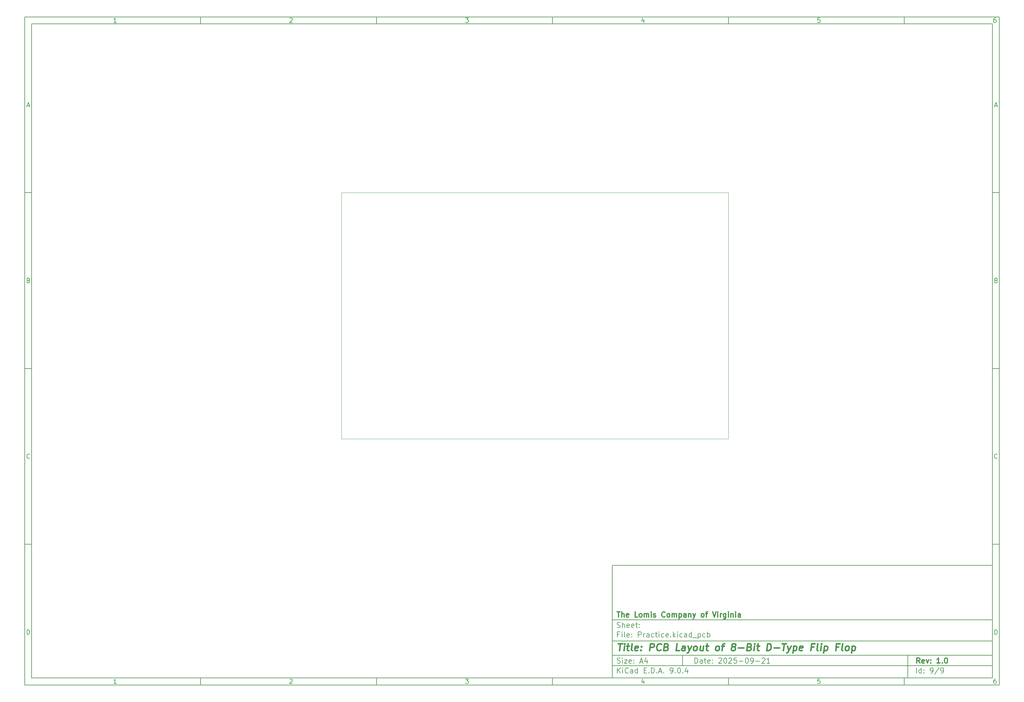
<source format=gbr>
%TF.GenerationSoftware,KiCad,Pcbnew,9.0.4*%
%TF.CreationDate,2025-09-21T01:40:17-04:00*%
%TF.ProjectId,Practice,50726163-7469-4636-952e-6b696361645f,1.0*%
%TF.SameCoordinates,Original*%
%TF.FileFunction,Profile,NP*%
%FSLAX46Y46*%
G04 Gerber Fmt 4.6, Leading zero omitted, Abs format (unit mm)*
G04 Created by KiCad (PCBNEW 9.0.4) date 2025-09-21 01:40:17*
%MOMM*%
%LPD*%
G01*
G04 APERTURE LIST*
%ADD10C,0.100000*%
%ADD11C,0.150000*%
%ADD12C,0.300000*%
%ADD13C,0.400000*%
%TA.AperFunction,Profile*%
%ADD14C,0.050000*%
%TD*%
G04 APERTURE END LIST*
D10*
D11*
X177002200Y-166007200D02*
X285002200Y-166007200D01*
X285002200Y-198007200D01*
X177002200Y-198007200D01*
X177002200Y-166007200D01*
D10*
D11*
X10000000Y-10000000D02*
X287002200Y-10000000D01*
X287002200Y-200007200D01*
X10000000Y-200007200D01*
X10000000Y-10000000D01*
D10*
D11*
X12000000Y-12000000D02*
X285002200Y-12000000D01*
X285002200Y-198007200D01*
X12000000Y-198007200D01*
X12000000Y-12000000D01*
D10*
D11*
X60000000Y-12000000D02*
X60000000Y-10000000D01*
D10*
D11*
X110000000Y-12000000D02*
X110000000Y-10000000D01*
D10*
D11*
X160000000Y-12000000D02*
X160000000Y-10000000D01*
D10*
D11*
X210000000Y-12000000D02*
X210000000Y-10000000D01*
D10*
D11*
X260000000Y-12000000D02*
X260000000Y-10000000D01*
D10*
D11*
X36089160Y-11593604D02*
X35346303Y-11593604D01*
X35717731Y-11593604D02*
X35717731Y-10293604D01*
X35717731Y-10293604D02*
X35593922Y-10479319D01*
X35593922Y-10479319D02*
X35470112Y-10603128D01*
X35470112Y-10603128D02*
X35346303Y-10665033D01*
D10*
D11*
X85346303Y-10417414D02*
X85408207Y-10355509D01*
X85408207Y-10355509D02*
X85532017Y-10293604D01*
X85532017Y-10293604D02*
X85841541Y-10293604D01*
X85841541Y-10293604D02*
X85965350Y-10355509D01*
X85965350Y-10355509D02*
X86027255Y-10417414D01*
X86027255Y-10417414D02*
X86089160Y-10541223D01*
X86089160Y-10541223D02*
X86089160Y-10665033D01*
X86089160Y-10665033D02*
X86027255Y-10850747D01*
X86027255Y-10850747D02*
X85284398Y-11593604D01*
X85284398Y-11593604D02*
X86089160Y-11593604D01*
D10*
D11*
X135284398Y-10293604D02*
X136089160Y-10293604D01*
X136089160Y-10293604D02*
X135655826Y-10788842D01*
X135655826Y-10788842D02*
X135841541Y-10788842D01*
X135841541Y-10788842D02*
X135965350Y-10850747D01*
X135965350Y-10850747D02*
X136027255Y-10912652D01*
X136027255Y-10912652D02*
X136089160Y-11036461D01*
X136089160Y-11036461D02*
X136089160Y-11345985D01*
X136089160Y-11345985D02*
X136027255Y-11469795D01*
X136027255Y-11469795D02*
X135965350Y-11531700D01*
X135965350Y-11531700D02*
X135841541Y-11593604D01*
X135841541Y-11593604D02*
X135470112Y-11593604D01*
X135470112Y-11593604D02*
X135346303Y-11531700D01*
X135346303Y-11531700D02*
X135284398Y-11469795D01*
D10*
D11*
X185965350Y-10726938D02*
X185965350Y-11593604D01*
X185655826Y-10231700D02*
X185346303Y-11160271D01*
X185346303Y-11160271D02*
X186151064Y-11160271D01*
D10*
D11*
X236027255Y-10293604D02*
X235408207Y-10293604D01*
X235408207Y-10293604D02*
X235346303Y-10912652D01*
X235346303Y-10912652D02*
X235408207Y-10850747D01*
X235408207Y-10850747D02*
X235532017Y-10788842D01*
X235532017Y-10788842D02*
X235841541Y-10788842D01*
X235841541Y-10788842D02*
X235965350Y-10850747D01*
X235965350Y-10850747D02*
X236027255Y-10912652D01*
X236027255Y-10912652D02*
X236089160Y-11036461D01*
X236089160Y-11036461D02*
X236089160Y-11345985D01*
X236089160Y-11345985D02*
X236027255Y-11469795D01*
X236027255Y-11469795D02*
X235965350Y-11531700D01*
X235965350Y-11531700D02*
X235841541Y-11593604D01*
X235841541Y-11593604D02*
X235532017Y-11593604D01*
X235532017Y-11593604D02*
X235408207Y-11531700D01*
X235408207Y-11531700D02*
X235346303Y-11469795D01*
D10*
D11*
X285965350Y-10293604D02*
X285717731Y-10293604D01*
X285717731Y-10293604D02*
X285593922Y-10355509D01*
X285593922Y-10355509D02*
X285532017Y-10417414D01*
X285532017Y-10417414D02*
X285408207Y-10603128D01*
X285408207Y-10603128D02*
X285346303Y-10850747D01*
X285346303Y-10850747D02*
X285346303Y-11345985D01*
X285346303Y-11345985D02*
X285408207Y-11469795D01*
X285408207Y-11469795D02*
X285470112Y-11531700D01*
X285470112Y-11531700D02*
X285593922Y-11593604D01*
X285593922Y-11593604D02*
X285841541Y-11593604D01*
X285841541Y-11593604D02*
X285965350Y-11531700D01*
X285965350Y-11531700D02*
X286027255Y-11469795D01*
X286027255Y-11469795D02*
X286089160Y-11345985D01*
X286089160Y-11345985D02*
X286089160Y-11036461D01*
X286089160Y-11036461D02*
X286027255Y-10912652D01*
X286027255Y-10912652D02*
X285965350Y-10850747D01*
X285965350Y-10850747D02*
X285841541Y-10788842D01*
X285841541Y-10788842D02*
X285593922Y-10788842D01*
X285593922Y-10788842D02*
X285470112Y-10850747D01*
X285470112Y-10850747D02*
X285408207Y-10912652D01*
X285408207Y-10912652D02*
X285346303Y-11036461D01*
D10*
D11*
X60000000Y-198007200D02*
X60000000Y-200007200D01*
D10*
D11*
X110000000Y-198007200D02*
X110000000Y-200007200D01*
D10*
D11*
X160000000Y-198007200D02*
X160000000Y-200007200D01*
D10*
D11*
X210000000Y-198007200D02*
X210000000Y-200007200D01*
D10*
D11*
X260000000Y-198007200D02*
X260000000Y-200007200D01*
D10*
D11*
X36089160Y-199600804D02*
X35346303Y-199600804D01*
X35717731Y-199600804D02*
X35717731Y-198300804D01*
X35717731Y-198300804D02*
X35593922Y-198486519D01*
X35593922Y-198486519D02*
X35470112Y-198610328D01*
X35470112Y-198610328D02*
X35346303Y-198672233D01*
D10*
D11*
X85346303Y-198424614D02*
X85408207Y-198362709D01*
X85408207Y-198362709D02*
X85532017Y-198300804D01*
X85532017Y-198300804D02*
X85841541Y-198300804D01*
X85841541Y-198300804D02*
X85965350Y-198362709D01*
X85965350Y-198362709D02*
X86027255Y-198424614D01*
X86027255Y-198424614D02*
X86089160Y-198548423D01*
X86089160Y-198548423D02*
X86089160Y-198672233D01*
X86089160Y-198672233D02*
X86027255Y-198857947D01*
X86027255Y-198857947D02*
X85284398Y-199600804D01*
X85284398Y-199600804D02*
X86089160Y-199600804D01*
D10*
D11*
X135284398Y-198300804D02*
X136089160Y-198300804D01*
X136089160Y-198300804D02*
X135655826Y-198796042D01*
X135655826Y-198796042D02*
X135841541Y-198796042D01*
X135841541Y-198796042D02*
X135965350Y-198857947D01*
X135965350Y-198857947D02*
X136027255Y-198919852D01*
X136027255Y-198919852D02*
X136089160Y-199043661D01*
X136089160Y-199043661D02*
X136089160Y-199353185D01*
X136089160Y-199353185D02*
X136027255Y-199476995D01*
X136027255Y-199476995D02*
X135965350Y-199538900D01*
X135965350Y-199538900D02*
X135841541Y-199600804D01*
X135841541Y-199600804D02*
X135470112Y-199600804D01*
X135470112Y-199600804D02*
X135346303Y-199538900D01*
X135346303Y-199538900D02*
X135284398Y-199476995D01*
D10*
D11*
X185965350Y-198734138D02*
X185965350Y-199600804D01*
X185655826Y-198238900D02*
X185346303Y-199167471D01*
X185346303Y-199167471D02*
X186151064Y-199167471D01*
D10*
D11*
X236027255Y-198300804D02*
X235408207Y-198300804D01*
X235408207Y-198300804D02*
X235346303Y-198919852D01*
X235346303Y-198919852D02*
X235408207Y-198857947D01*
X235408207Y-198857947D02*
X235532017Y-198796042D01*
X235532017Y-198796042D02*
X235841541Y-198796042D01*
X235841541Y-198796042D02*
X235965350Y-198857947D01*
X235965350Y-198857947D02*
X236027255Y-198919852D01*
X236027255Y-198919852D02*
X236089160Y-199043661D01*
X236089160Y-199043661D02*
X236089160Y-199353185D01*
X236089160Y-199353185D02*
X236027255Y-199476995D01*
X236027255Y-199476995D02*
X235965350Y-199538900D01*
X235965350Y-199538900D02*
X235841541Y-199600804D01*
X235841541Y-199600804D02*
X235532017Y-199600804D01*
X235532017Y-199600804D02*
X235408207Y-199538900D01*
X235408207Y-199538900D02*
X235346303Y-199476995D01*
D10*
D11*
X285965350Y-198300804D02*
X285717731Y-198300804D01*
X285717731Y-198300804D02*
X285593922Y-198362709D01*
X285593922Y-198362709D02*
X285532017Y-198424614D01*
X285532017Y-198424614D02*
X285408207Y-198610328D01*
X285408207Y-198610328D02*
X285346303Y-198857947D01*
X285346303Y-198857947D02*
X285346303Y-199353185D01*
X285346303Y-199353185D02*
X285408207Y-199476995D01*
X285408207Y-199476995D02*
X285470112Y-199538900D01*
X285470112Y-199538900D02*
X285593922Y-199600804D01*
X285593922Y-199600804D02*
X285841541Y-199600804D01*
X285841541Y-199600804D02*
X285965350Y-199538900D01*
X285965350Y-199538900D02*
X286027255Y-199476995D01*
X286027255Y-199476995D02*
X286089160Y-199353185D01*
X286089160Y-199353185D02*
X286089160Y-199043661D01*
X286089160Y-199043661D02*
X286027255Y-198919852D01*
X286027255Y-198919852D02*
X285965350Y-198857947D01*
X285965350Y-198857947D02*
X285841541Y-198796042D01*
X285841541Y-198796042D02*
X285593922Y-198796042D01*
X285593922Y-198796042D02*
X285470112Y-198857947D01*
X285470112Y-198857947D02*
X285408207Y-198919852D01*
X285408207Y-198919852D02*
X285346303Y-199043661D01*
D10*
D11*
X10000000Y-60000000D02*
X12000000Y-60000000D01*
D10*
D11*
X10000000Y-110000000D02*
X12000000Y-110000000D01*
D10*
D11*
X10000000Y-160000000D02*
X12000000Y-160000000D01*
D10*
D11*
X10690476Y-35222176D02*
X11309523Y-35222176D01*
X10566666Y-35593604D02*
X10999999Y-34293604D01*
X10999999Y-34293604D02*
X11433333Y-35593604D01*
D10*
D11*
X11092857Y-84912652D02*
X11278571Y-84974557D01*
X11278571Y-84974557D02*
X11340476Y-85036461D01*
X11340476Y-85036461D02*
X11402380Y-85160271D01*
X11402380Y-85160271D02*
X11402380Y-85345985D01*
X11402380Y-85345985D02*
X11340476Y-85469795D01*
X11340476Y-85469795D02*
X11278571Y-85531700D01*
X11278571Y-85531700D02*
X11154761Y-85593604D01*
X11154761Y-85593604D02*
X10659523Y-85593604D01*
X10659523Y-85593604D02*
X10659523Y-84293604D01*
X10659523Y-84293604D02*
X11092857Y-84293604D01*
X11092857Y-84293604D02*
X11216666Y-84355509D01*
X11216666Y-84355509D02*
X11278571Y-84417414D01*
X11278571Y-84417414D02*
X11340476Y-84541223D01*
X11340476Y-84541223D02*
X11340476Y-84665033D01*
X11340476Y-84665033D02*
X11278571Y-84788842D01*
X11278571Y-84788842D02*
X11216666Y-84850747D01*
X11216666Y-84850747D02*
X11092857Y-84912652D01*
X11092857Y-84912652D02*
X10659523Y-84912652D01*
D10*
D11*
X11402380Y-135469795D02*
X11340476Y-135531700D01*
X11340476Y-135531700D02*
X11154761Y-135593604D01*
X11154761Y-135593604D02*
X11030952Y-135593604D01*
X11030952Y-135593604D02*
X10845238Y-135531700D01*
X10845238Y-135531700D02*
X10721428Y-135407890D01*
X10721428Y-135407890D02*
X10659523Y-135284080D01*
X10659523Y-135284080D02*
X10597619Y-135036461D01*
X10597619Y-135036461D02*
X10597619Y-134850747D01*
X10597619Y-134850747D02*
X10659523Y-134603128D01*
X10659523Y-134603128D02*
X10721428Y-134479319D01*
X10721428Y-134479319D02*
X10845238Y-134355509D01*
X10845238Y-134355509D02*
X11030952Y-134293604D01*
X11030952Y-134293604D02*
X11154761Y-134293604D01*
X11154761Y-134293604D02*
X11340476Y-134355509D01*
X11340476Y-134355509D02*
X11402380Y-134417414D01*
D10*
D11*
X10659523Y-185593604D02*
X10659523Y-184293604D01*
X10659523Y-184293604D02*
X10969047Y-184293604D01*
X10969047Y-184293604D02*
X11154761Y-184355509D01*
X11154761Y-184355509D02*
X11278571Y-184479319D01*
X11278571Y-184479319D02*
X11340476Y-184603128D01*
X11340476Y-184603128D02*
X11402380Y-184850747D01*
X11402380Y-184850747D02*
X11402380Y-185036461D01*
X11402380Y-185036461D02*
X11340476Y-185284080D01*
X11340476Y-185284080D02*
X11278571Y-185407890D01*
X11278571Y-185407890D02*
X11154761Y-185531700D01*
X11154761Y-185531700D02*
X10969047Y-185593604D01*
X10969047Y-185593604D02*
X10659523Y-185593604D01*
D10*
D11*
X287002200Y-60000000D02*
X285002200Y-60000000D01*
D10*
D11*
X287002200Y-110000000D02*
X285002200Y-110000000D01*
D10*
D11*
X287002200Y-160000000D02*
X285002200Y-160000000D01*
D10*
D11*
X285692676Y-35222176D02*
X286311723Y-35222176D01*
X285568866Y-35593604D02*
X286002199Y-34293604D01*
X286002199Y-34293604D02*
X286435533Y-35593604D01*
D10*
D11*
X286095057Y-84912652D02*
X286280771Y-84974557D01*
X286280771Y-84974557D02*
X286342676Y-85036461D01*
X286342676Y-85036461D02*
X286404580Y-85160271D01*
X286404580Y-85160271D02*
X286404580Y-85345985D01*
X286404580Y-85345985D02*
X286342676Y-85469795D01*
X286342676Y-85469795D02*
X286280771Y-85531700D01*
X286280771Y-85531700D02*
X286156961Y-85593604D01*
X286156961Y-85593604D02*
X285661723Y-85593604D01*
X285661723Y-85593604D02*
X285661723Y-84293604D01*
X285661723Y-84293604D02*
X286095057Y-84293604D01*
X286095057Y-84293604D02*
X286218866Y-84355509D01*
X286218866Y-84355509D02*
X286280771Y-84417414D01*
X286280771Y-84417414D02*
X286342676Y-84541223D01*
X286342676Y-84541223D02*
X286342676Y-84665033D01*
X286342676Y-84665033D02*
X286280771Y-84788842D01*
X286280771Y-84788842D02*
X286218866Y-84850747D01*
X286218866Y-84850747D02*
X286095057Y-84912652D01*
X286095057Y-84912652D02*
X285661723Y-84912652D01*
D10*
D11*
X286404580Y-135469795D02*
X286342676Y-135531700D01*
X286342676Y-135531700D02*
X286156961Y-135593604D01*
X286156961Y-135593604D02*
X286033152Y-135593604D01*
X286033152Y-135593604D02*
X285847438Y-135531700D01*
X285847438Y-135531700D02*
X285723628Y-135407890D01*
X285723628Y-135407890D02*
X285661723Y-135284080D01*
X285661723Y-135284080D02*
X285599819Y-135036461D01*
X285599819Y-135036461D02*
X285599819Y-134850747D01*
X285599819Y-134850747D02*
X285661723Y-134603128D01*
X285661723Y-134603128D02*
X285723628Y-134479319D01*
X285723628Y-134479319D02*
X285847438Y-134355509D01*
X285847438Y-134355509D02*
X286033152Y-134293604D01*
X286033152Y-134293604D02*
X286156961Y-134293604D01*
X286156961Y-134293604D02*
X286342676Y-134355509D01*
X286342676Y-134355509D02*
X286404580Y-134417414D01*
D10*
D11*
X285661723Y-185593604D02*
X285661723Y-184293604D01*
X285661723Y-184293604D02*
X285971247Y-184293604D01*
X285971247Y-184293604D02*
X286156961Y-184355509D01*
X286156961Y-184355509D02*
X286280771Y-184479319D01*
X286280771Y-184479319D02*
X286342676Y-184603128D01*
X286342676Y-184603128D02*
X286404580Y-184850747D01*
X286404580Y-184850747D02*
X286404580Y-185036461D01*
X286404580Y-185036461D02*
X286342676Y-185284080D01*
X286342676Y-185284080D02*
X286280771Y-185407890D01*
X286280771Y-185407890D02*
X286156961Y-185531700D01*
X286156961Y-185531700D02*
X285971247Y-185593604D01*
X285971247Y-185593604D02*
X285661723Y-185593604D01*
D10*
D11*
X200458026Y-193793328D02*
X200458026Y-192293328D01*
X200458026Y-192293328D02*
X200815169Y-192293328D01*
X200815169Y-192293328D02*
X201029455Y-192364757D01*
X201029455Y-192364757D02*
X201172312Y-192507614D01*
X201172312Y-192507614D02*
X201243741Y-192650471D01*
X201243741Y-192650471D02*
X201315169Y-192936185D01*
X201315169Y-192936185D02*
X201315169Y-193150471D01*
X201315169Y-193150471D02*
X201243741Y-193436185D01*
X201243741Y-193436185D02*
X201172312Y-193579042D01*
X201172312Y-193579042D02*
X201029455Y-193721900D01*
X201029455Y-193721900D02*
X200815169Y-193793328D01*
X200815169Y-193793328D02*
X200458026Y-193793328D01*
X202600884Y-193793328D02*
X202600884Y-193007614D01*
X202600884Y-193007614D02*
X202529455Y-192864757D01*
X202529455Y-192864757D02*
X202386598Y-192793328D01*
X202386598Y-192793328D02*
X202100884Y-192793328D01*
X202100884Y-192793328D02*
X201958026Y-192864757D01*
X202600884Y-193721900D02*
X202458026Y-193793328D01*
X202458026Y-193793328D02*
X202100884Y-193793328D01*
X202100884Y-193793328D02*
X201958026Y-193721900D01*
X201958026Y-193721900D02*
X201886598Y-193579042D01*
X201886598Y-193579042D02*
X201886598Y-193436185D01*
X201886598Y-193436185D02*
X201958026Y-193293328D01*
X201958026Y-193293328D02*
X202100884Y-193221900D01*
X202100884Y-193221900D02*
X202458026Y-193221900D01*
X202458026Y-193221900D02*
X202600884Y-193150471D01*
X203100884Y-192793328D02*
X203672312Y-192793328D01*
X203315169Y-192293328D02*
X203315169Y-193579042D01*
X203315169Y-193579042D02*
X203386598Y-193721900D01*
X203386598Y-193721900D02*
X203529455Y-193793328D01*
X203529455Y-193793328D02*
X203672312Y-193793328D01*
X204743741Y-193721900D02*
X204600884Y-193793328D01*
X204600884Y-193793328D02*
X204315170Y-193793328D01*
X204315170Y-193793328D02*
X204172312Y-193721900D01*
X204172312Y-193721900D02*
X204100884Y-193579042D01*
X204100884Y-193579042D02*
X204100884Y-193007614D01*
X204100884Y-193007614D02*
X204172312Y-192864757D01*
X204172312Y-192864757D02*
X204315170Y-192793328D01*
X204315170Y-192793328D02*
X204600884Y-192793328D01*
X204600884Y-192793328D02*
X204743741Y-192864757D01*
X204743741Y-192864757D02*
X204815170Y-193007614D01*
X204815170Y-193007614D02*
X204815170Y-193150471D01*
X204815170Y-193150471D02*
X204100884Y-193293328D01*
X205458026Y-193650471D02*
X205529455Y-193721900D01*
X205529455Y-193721900D02*
X205458026Y-193793328D01*
X205458026Y-193793328D02*
X205386598Y-193721900D01*
X205386598Y-193721900D02*
X205458026Y-193650471D01*
X205458026Y-193650471D02*
X205458026Y-193793328D01*
X205458026Y-192864757D02*
X205529455Y-192936185D01*
X205529455Y-192936185D02*
X205458026Y-193007614D01*
X205458026Y-193007614D02*
X205386598Y-192936185D01*
X205386598Y-192936185D02*
X205458026Y-192864757D01*
X205458026Y-192864757D02*
X205458026Y-193007614D01*
X207243741Y-192436185D02*
X207315169Y-192364757D01*
X207315169Y-192364757D02*
X207458027Y-192293328D01*
X207458027Y-192293328D02*
X207815169Y-192293328D01*
X207815169Y-192293328D02*
X207958027Y-192364757D01*
X207958027Y-192364757D02*
X208029455Y-192436185D01*
X208029455Y-192436185D02*
X208100884Y-192579042D01*
X208100884Y-192579042D02*
X208100884Y-192721900D01*
X208100884Y-192721900D02*
X208029455Y-192936185D01*
X208029455Y-192936185D02*
X207172312Y-193793328D01*
X207172312Y-193793328D02*
X208100884Y-193793328D01*
X209029455Y-192293328D02*
X209172312Y-192293328D01*
X209172312Y-192293328D02*
X209315169Y-192364757D01*
X209315169Y-192364757D02*
X209386598Y-192436185D01*
X209386598Y-192436185D02*
X209458026Y-192579042D01*
X209458026Y-192579042D02*
X209529455Y-192864757D01*
X209529455Y-192864757D02*
X209529455Y-193221900D01*
X209529455Y-193221900D02*
X209458026Y-193507614D01*
X209458026Y-193507614D02*
X209386598Y-193650471D01*
X209386598Y-193650471D02*
X209315169Y-193721900D01*
X209315169Y-193721900D02*
X209172312Y-193793328D01*
X209172312Y-193793328D02*
X209029455Y-193793328D01*
X209029455Y-193793328D02*
X208886598Y-193721900D01*
X208886598Y-193721900D02*
X208815169Y-193650471D01*
X208815169Y-193650471D02*
X208743740Y-193507614D01*
X208743740Y-193507614D02*
X208672312Y-193221900D01*
X208672312Y-193221900D02*
X208672312Y-192864757D01*
X208672312Y-192864757D02*
X208743740Y-192579042D01*
X208743740Y-192579042D02*
X208815169Y-192436185D01*
X208815169Y-192436185D02*
X208886598Y-192364757D01*
X208886598Y-192364757D02*
X209029455Y-192293328D01*
X210100883Y-192436185D02*
X210172311Y-192364757D01*
X210172311Y-192364757D02*
X210315169Y-192293328D01*
X210315169Y-192293328D02*
X210672311Y-192293328D01*
X210672311Y-192293328D02*
X210815169Y-192364757D01*
X210815169Y-192364757D02*
X210886597Y-192436185D01*
X210886597Y-192436185D02*
X210958026Y-192579042D01*
X210958026Y-192579042D02*
X210958026Y-192721900D01*
X210958026Y-192721900D02*
X210886597Y-192936185D01*
X210886597Y-192936185D02*
X210029454Y-193793328D01*
X210029454Y-193793328D02*
X210958026Y-193793328D01*
X212315168Y-192293328D02*
X211600882Y-192293328D01*
X211600882Y-192293328D02*
X211529454Y-193007614D01*
X211529454Y-193007614D02*
X211600882Y-192936185D01*
X211600882Y-192936185D02*
X211743740Y-192864757D01*
X211743740Y-192864757D02*
X212100882Y-192864757D01*
X212100882Y-192864757D02*
X212243740Y-192936185D01*
X212243740Y-192936185D02*
X212315168Y-193007614D01*
X212315168Y-193007614D02*
X212386597Y-193150471D01*
X212386597Y-193150471D02*
X212386597Y-193507614D01*
X212386597Y-193507614D02*
X212315168Y-193650471D01*
X212315168Y-193650471D02*
X212243740Y-193721900D01*
X212243740Y-193721900D02*
X212100882Y-193793328D01*
X212100882Y-193793328D02*
X211743740Y-193793328D01*
X211743740Y-193793328D02*
X211600882Y-193721900D01*
X211600882Y-193721900D02*
X211529454Y-193650471D01*
X213029453Y-193221900D02*
X214172311Y-193221900D01*
X215172311Y-192293328D02*
X215315168Y-192293328D01*
X215315168Y-192293328D02*
X215458025Y-192364757D01*
X215458025Y-192364757D02*
X215529454Y-192436185D01*
X215529454Y-192436185D02*
X215600882Y-192579042D01*
X215600882Y-192579042D02*
X215672311Y-192864757D01*
X215672311Y-192864757D02*
X215672311Y-193221900D01*
X215672311Y-193221900D02*
X215600882Y-193507614D01*
X215600882Y-193507614D02*
X215529454Y-193650471D01*
X215529454Y-193650471D02*
X215458025Y-193721900D01*
X215458025Y-193721900D02*
X215315168Y-193793328D01*
X215315168Y-193793328D02*
X215172311Y-193793328D01*
X215172311Y-193793328D02*
X215029454Y-193721900D01*
X215029454Y-193721900D02*
X214958025Y-193650471D01*
X214958025Y-193650471D02*
X214886596Y-193507614D01*
X214886596Y-193507614D02*
X214815168Y-193221900D01*
X214815168Y-193221900D02*
X214815168Y-192864757D01*
X214815168Y-192864757D02*
X214886596Y-192579042D01*
X214886596Y-192579042D02*
X214958025Y-192436185D01*
X214958025Y-192436185D02*
X215029454Y-192364757D01*
X215029454Y-192364757D02*
X215172311Y-192293328D01*
X216386596Y-193793328D02*
X216672310Y-193793328D01*
X216672310Y-193793328D02*
X216815167Y-193721900D01*
X216815167Y-193721900D02*
X216886596Y-193650471D01*
X216886596Y-193650471D02*
X217029453Y-193436185D01*
X217029453Y-193436185D02*
X217100882Y-193150471D01*
X217100882Y-193150471D02*
X217100882Y-192579042D01*
X217100882Y-192579042D02*
X217029453Y-192436185D01*
X217029453Y-192436185D02*
X216958025Y-192364757D01*
X216958025Y-192364757D02*
X216815167Y-192293328D01*
X216815167Y-192293328D02*
X216529453Y-192293328D01*
X216529453Y-192293328D02*
X216386596Y-192364757D01*
X216386596Y-192364757D02*
X216315167Y-192436185D01*
X216315167Y-192436185D02*
X216243739Y-192579042D01*
X216243739Y-192579042D02*
X216243739Y-192936185D01*
X216243739Y-192936185D02*
X216315167Y-193079042D01*
X216315167Y-193079042D02*
X216386596Y-193150471D01*
X216386596Y-193150471D02*
X216529453Y-193221900D01*
X216529453Y-193221900D02*
X216815167Y-193221900D01*
X216815167Y-193221900D02*
X216958025Y-193150471D01*
X216958025Y-193150471D02*
X217029453Y-193079042D01*
X217029453Y-193079042D02*
X217100882Y-192936185D01*
X217743738Y-193221900D02*
X218886596Y-193221900D01*
X219529453Y-192436185D02*
X219600881Y-192364757D01*
X219600881Y-192364757D02*
X219743739Y-192293328D01*
X219743739Y-192293328D02*
X220100881Y-192293328D01*
X220100881Y-192293328D02*
X220243739Y-192364757D01*
X220243739Y-192364757D02*
X220315167Y-192436185D01*
X220315167Y-192436185D02*
X220386596Y-192579042D01*
X220386596Y-192579042D02*
X220386596Y-192721900D01*
X220386596Y-192721900D02*
X220315167Y-192936185D01*
X220315167Y-192936185D02*
X219458024Y-193793328D01*
X219458024Y-193793328D02*
X220386596Y-193793328D01*
X221815167Y-193793328D02*
X220958024Y-193793328D01*
X221386595Y-193793328D02*
X221386595Y-192293328D01*
X221386595Y-192293328D02*
X221243738Y-192507614D01*
X221243738Y-192507614D02*
X221100881Y-192650471D01*
X221100881Y-192650471D02*
X220958024Y-192721900D01*
D10*
D11*
X177002200Y-194507200D02*
X285002200Y-194507200D01*
D10*
D11*
X178458026Y-196593328D02*
X178458026Y-195093328D01*
X179315169Y-196593328D02*
X178672312Y-195736185D01*
X179315169Y-195093328D02*
X178458026Y-195950471D01*
X179958026Y-196593328D02*
X179958026Y-195593328D01*
X179958026Y-195093328D02*
X179886598Y-195164757D01*
X179886598Y-195164757D02*
X179958026Y-195236185D01*
X179958026Y-195236185D02*
X180029455Y-195164757D01*
X180029455Y-195164757D02*
X179958026Y-195093328D01*
X179958026Y-195093328D02*
X179958026Y-195236185D01*
X181529455Y-196450471D02*
X181458027Y-196521900D01*
X181458027Y-196521900D02*
X181243741Y-196593328D01*
X181243741Y-196593328D02*
X181100884Y-196593328D01*
X181100884Y-196593328D02*
X180886598Y-196521900D01*
X180886598Y-196521900D02*
X180743741Y-196379042D01*
X180743741Y-196379042D02*
X180672312Y-196236185D01*
X180672312Y-196236185D02*
X180600884Y-195950471D01*
X180600884Y-195950471D02*
X180600884Y-195736185D01*
X180600884Y-195736185D02*
X180672312Y-195450471D01*
X180672312Y-195450471D02*
X180743741Y-195307614D01*
X180743741Y-195307614D02*
X180886598Y-195164757D01*
X180886598Y-195164757D02*
X181100884Y-195093328D01*
X181100884Y-195093328D02*
X181243741Y-195093328D01*
X181243741Y-195093328D02*
X181458027Y-195164757D01*
X181458027Y-195164757D02*
X181529455Y-195236185D01*
X182815170Y-196593328D02*
X182815170Y-195807614D01*
X182815170Y-195807614D02*
X182743741Y-195664757D01*
X182743741Y-195664757D02*
X182600884Y-195593328D01*
X182600884Y-195593328D02*
X182315170Y-195593328D01*
X182315170Y-195593328D02*
X182172312Y-195664757D01*
X182815170Y-196521900D02*
X182672312Y-196593328D01*
X182672312Y-196593328D02*
X182315170Y-196593328D01*
X182315170Y-196593328D02*
X182172312Y-196521900D01*
X182172312Y-196521900D02*
X182100884Y-196379042D01*
X182100884Y-196379042D02*
X182100884Y-196236185D01*
X182100884Y-196236185D02*
X182172312Y-196093328D01*
X182172312Y-196093328D02*
X182315170Y-196021900D01*
X182315170Y-196021900D02*
X182672312Y-196021900D01*
X182672312Y-196021900D02*
X182815170Y-195950471D01*
X184172313Y-196593328D02*
X184172313Y-195093328D01*
X184172313Y-196521900D02*
X184029455Y-196593328D01*
X184029455Y-196593328D02*
X183743741Y-196593328D01*
X183743741Y-196593328D02*
X183600884Y-196521900D01*
X183600884Y-196521900D02*
X183529455Y-196450471D01*
X183529455Y-196450471D02*
X183458027Y-196307614D01*
X183458027Y-196307614D02*
X183458027Y-195879042D01*
X183458027Y-195879042D02*
X183529455Y-195736185D01*
X183529455Y-195736185D02*
X183600884Y-195664757D01*
X183600884Y-195664757D02*
X183743741Y-195593328D01*
X183743741Y-195593328D02*
X184029455Y-195593328D01*
X184029455Y-195593328D02*
X184172313Y-195664757D01*
X186029455Y-195807614D02*
X186529455Y-195807614D01*
X186743741Y-196593328D02*
X186029455Y-196593328D01*
X186029455Y-196593328D02*
X186029455Y-195093328D01*
X186029455Y-195093328D02*
X186743741Y-195093328D01*
X187386598Y-196450471D02*
X187458027Y-196521900D01*
X187458027Y-196521900D02*
X187386598Y-196593328D01*
X187386598Y-196593328D02*
X187315170Y-196521900D01*
X187315170Y-196521900D02*
X187386598Y-196450471D01*
X187386598Y-196450471D02*
X187386598Y-196593328D01*
X188100884Y-196593328D02*
X188100884Y-195093328D01*
X188100884Y-195093328D02*
X188458027Y-195093328D01*
X188458027Y-195093328D02*
X188672313Y-195164757D01*
X188672313Y-195164757D02*
X188815170Y-195307614D01*
X188815170Y-195307614D02*
X188886599Y-195450471D01*
X188886599Y-195450471D02*
X188958027Y-195736185D01*
X188958027Y-195736185D02*
X188958027Y-195950471D01*
X188958027Y-195950471D02*
X188886599Y-196236185D01*
X188886599Y-196236185D02*
X188815170Y-196379042D01*
X188815170Y-196379042D02*
X188672313Y-196521900D01*
X188672313Y-196521900D02*
X188458027Y-196593328D01*
X188458027Y-196593328D02*
X188100884Y-196593328D01*
X189600884Y-196450471D02*
X189672313Y-196521900D01*
X189672313Y-196521900D02*
X189600884Y-196593328D01*
X189600884Y-196593328D02*
X189529456Y-196521900D01*
X189529456Y-196521900D02*
X189600884Y-196450471D01*
X189600884Y-196450471D02*
X189600884Y-196593328D01*
X190243742Y-196164757D02*
X190958028Y-196164757D01*
X190100885Y-196593328D02*
X190600885Y-195093328D01*
X190600885Y-195093328D02*
X191100885Y-196593328D01*
X191600884Y-196450471D02*
X191672313Y-196521900D01*
X191672313Y-196521900D02*
X191600884Y-196593328D01*
X191600884Y-196593328D02*
X191529456Y-196521900D01*
X191529456Y-196521900D02*
X191600884Y-196450471D01*
X191600884Y-196450471D02*
X191600884Y-196593328D01*
X193529456Y-196593328D02*
X193815170Y-196593328D01*
X193815170Y-196593328D02*
X193958027Y-196521900D01*
X193958027Y-196521900D02*
X194029456Y-196450471D01*
X194029456Y-196450471D02*
X194172313Y-196236185D01*
X194172313Y-196236185D02*
X194243742Y-195950471D01*
X194243742Y-195950471D02*
X194243742Y-195379042D01*
X194243742Y-195379042D02*
X194172313Y-195236185D01*
X194172313Y-195236185D02*
X194100885Y-195164757D01*
X194100885Y-195164757D02*
X193958027Y-195093328D01*
X193958027Y-195093328D02*
X193672313Y-195093328D01*
X193672313Y-195093328D02*
X193529456Y-195164757D01*
X193529456Y-195164757D02*
X193458027Y-195236185D01*
X193458027Y-195236185D02*
X193386599Y-195379042D01*
X193386599Y-195379042D02*
X193386599Y-195736185D01*
X193386599Y-195736185D02*
X193458027Y-195879042D01*
X193458027Y-195879042D02*
X193529456Y-195950471D01*
X193529456Y-195950471D02*
X193672313Y-196021900D01*
X193672313Y-196021900D02*
X193958027Y-196021900D01*
X193958027Y-196021900D02*
X194100885Y-195950471D01*
X194100885Y-195950471D02*
X194172313Y-195879042D01*
X194172313Y-195879042D02*
X194243742Y-195736185D01*
X194886598Y-196450471D02*
X194958027Y-196521900D01*
X194958027Y-196521900D02*
X194886598Y-196593328D01*
X194886598Y-196593328D02*
X194815170Y-196521900D01*
X194815170Y-196521900D02*
X194886598Y-196450471D01*
X194886598Y-196450471D02*
X194886598Y-196593328D01*
X195886599Y-195093328D02*
X196029456Y-195093328D01*
X196029456Y-195093328D02*
X196172313Y-195164757D01*
X196172313Y-195164757D02*
X196243742Y-195236185D01*
X196243742Y-195236185D02*
X196315170Y-195379042D01*
X196315170Y-195379042D02*
X196386599Y-195664757D01*
X196386599Y-195664757D02*
X196386599Y-196021900D01*
X196386599Y-196021900D02*
X196315170Y-196307614D01*
X196315170Y-196307614D02*
X196243742Y-196450471D01*
X196243742Y-196450471D02*
X196172313Y-196521900D01*
X196172313Y-196521900D02*
X196029456Y-196593328D01*
X196029456Y-196593328D02*
X195886599Y-196593328D01*
X195886599Y-196593328D02*
X195743742Y-196521900D01*
X195743742Y-196521900D02*
X195672313Y-196450471D01*
X195672313Y-196450471D02*
X195600884Y-196307614D01*
X195600884Y-196307614D02*
X195529456Y-196021900D01*
X195529456Y-196021900D02*
X195529456Y-195664757D01*
X195529456Y-195664757D02*
X195600884Y-195379042D01*
X195600884Y-195379042D02*
X195672313Y-195236185D01*
X195672313Y-195236185D02*
X195743742Y-195164757D01*
X195743742Y-195164757D02*
X195886599Y-195093328D01*
X197029455Y-196450471D02*
X197100884Y-196521900D01*
X197100884Y-196521900D02*
X197029455Y-196593328D01*
X197029455Y-196593328D02*
X196958027Y-196521900D01*
X196958027Y-196521900D02*
X197029455Y-196450471D01*
X197029455Y-196450471D02*
X197029455Y-196593328D01*
X198386599Y-195593328D02*
X198386599Y-196593328D01*
X198029456Y-195021900D02*
X197672313Y-196093328D01*
X197672313Y-196093328D02*
X198600884Y-196093328D01*
D10*
D11*
X177002200Y-191507200D02*
X285002200Y-191507200D01*
D10*
D12*
X264413853Y-193785528D02*
X263913853Y-193071242D01*
X263556710Y-193785528D02*
X263556710Y-192285528D01*
X263556710Y-192285528D02*
X264128139Y-192285528D01*
X264128139Y-192285528D02*
X264270996Y-192356957D01*
X264270996Y-192356957D02*
X264342425Y-192428385D01*
X264342425Y-192428385D02*
X264413853Y-192571242D01*
X264413853Y-192571242D02*
X264413853Y-192785528D01*
X264413853Y-192785528D02*
X264342425Y-192928385D01*
X264342425Y-192928385D02*
X264270996Y-192999814D01*
X264270996Y-192999814D02*
X264128139Y-193071242D01*
X264128139Y-193071242D02*
X263556710Y-193071242D01*
X265628139Y-193714100D02*
X265485282Y-193785528D01*
X265485282Y-193785528D02*
X265199568Y-193785528D01*
X265199568Y-193785528D02*
X265056710Y-193714100D01*
X265056710Y-193714100D02*
X264985282Y-193571242D01*
X264985282Y-193571242D02*
X264985282Y-192999814D01*
X264985282Y-192999814D02*
X265056710Y-192856957D01*
X265056710Y-192856957D02*
X265199568Y-192785528D01*
X265199568Y-192785528D02*
X265485282Y-192785528D01*
X265485282Y-192785528D02*
X265628139Y-192856957D01*
X265628139Y-192856957D02*
X265699568Y-192999814D01*
X265699568Y-192999814D02*
X265699568Y-193142671D01*
X265699568Y-193142671D02*
X264985282Y-193285528D01*
X266199567Y-192785528D02*
X266556710Y-193785528D01*
X266556710Y-193785528D02*
X266913853Y-192785528D01*
X267485281Y-193642671D02*
X267556710Y-193714100D01*
X267556710Y-193714100D02*
X267485281Y-193785528D01*
X267485281Y-193785528D02*
X267413853Y-193714100D01*
X267413853Y-193714100D02*
X267485281Y-193642671D01*
X267485281Y-193642671D02*
X267485281Y-193785528D01*
X267485281Y-192856957D02*
X267556710Y-192928385D01*
X267556710Y-192928385D02*
X267485281Y-192999814D01*
X267485281Y-192999814D02*
X267413853Y-192928385D01*
X267413853Y-192928385D02*
X267485281Y-192856957D01*
X267485281Y-192856957D02*
X267485281Y-192999814D01*
X270128139Y-193785528D02*
X269270996Y-193785528D01*
X269699567Y-193785528D02*
X269699567Y-192285528D01*
X269699567Y-192285528D02*
X269556710Y-192499814D01*
X269556710Y-192499814D02*
X269413853Y-192642671D01*
X269413853Y-192642671D02*
X269270996Y-192714100D01*
X270770995Y-193642671D02*
X270842424Y-193714100D01*
X270842424Y-193714100D02*
X270770995Y-193785528D01*
X270770995Y-193785528D02*
X270699567Y-193714100D01*
X270699567Y-193714100D02*
X270770995Y-193642671D01*
X270770995Y-193642671D02*
X270770995Y-193785528D01*
X271770996Y-192285528D02*
X271913853Y-192285528D01*
X271913853Y-192285528D02*
X272056710Y-192356957D01*
X272056710Y-192356957D02*
X272128139Y-192428385D01*
X272128139Y-192428385D02*
X272199567Y-192571242D01*
X272199567Y-192571242D02*
X272270996Y-192856957D01*
X272270996Y-192856957D02*
X272270996Y-193214100D01*
X272270996Y-193214100D02*
X272199567Y-193499814D01*
X272199567Y-193499814D02*
X272128139Y-193642671D01*
X272128139Y-193642671D02*
X272056710Y-193714100D01*
X272056710Y-193714100D02*
X271913853Y-193785528D01*
X271913853Y-193785528D02*
X271770996Y-193785528D01*
X271770996Y-193785528D02*
X271628139Y-193714100D01*
X271628139Y-193714100D02*
X271556710Y-193642671D01*
X271556710Y-193642671D02*
X271485281Y-193499814D01*
X271485281Y-193499814D02*
X271413853Y-193214100D01*
X271413853Y-193214100D02*
X271413853Y-192856957D01*
X271413853Y-192856957D02*
X271485281Y-192571242D01*
X271485281Y-192571242D02*
X271556710Y-192428385D01*
X271556710Y-192428385D02*
X271628139Y-192356957D01*
X271628139Y-192356957D02*
X271770996Y-192285528D01*
D10*
D11*
X178386598Y-193721900D02*
X178600884Y-193793328D01*
X178600884Y-193793328D02*
X178958026Y-193793328D01*
X178958026Y-193793328D02*
X179100884Y-193721900D01*
X179100884Y-193721900D02*
X179172312Y-193650471D01*
X179172312Y-193650471D02*
X179243741Y-193507614D01*
X179243741Y-193507614D02*
X179243741Y-193364757D01*
X179243741Y-193364757D02*
X179172312Y-193221900D01*
X179172312Y-193221900D02*
X179100884Y-193150471D01*
X179100884Y-193150471D02*
X178958026Y-193079042D01*
X178958026Y-193079042D02*
X178672312Y-193007614D01*
X178672312Y-193007614D02*
X178529455Y-192936185D01*
X178529455Y-192936185D02*
X178458026Y-192864757D01*
X178458026Y-192864757D02*
X178386598Y-192721900D01*
X178386598Y-192721900D02*
X178386598Y-192579042D01*
X178386598Y-192579042D02*
X178458026Y-192436185D01*
X178458026Y-192436185D02*
X178529455Y-192364757D01*
X178529455Y-192364757D02*
X178672312Y-192293328D01*
X178672312Y-192293328D02*
X179029455Y-192293328D01*
X179029455Y-192293328D02*
X179243741Y-192364757D01*
X179886597Y-193793328D02*
X179886597Y-192793328D01*
X179886597Y-192293328D02*
X179815169Y-192364757D01*
X179815169Y-192364757D02*
X179886597Y-192436185D01*
X179886597Y-192436185D02*
X179958026Y-192364757D01*
X179958026Y-192364757D02*
X179886597Y-192293328D01*
X179886597Y-192293328D02*
X179886597Y-192436185D01*
X180458026Y-192793328D02*
X181243741Y-192793328D01*
X181243741Y-192793328D02*
X180458026Y-193793328D01*
X180458026Y-193793328D02*
X181243741Y-193793328D01*
X182386598Y-193721900D02*
X182243741Y-193793328D01*
X182243741Y-193793328D02*
X181958027Y-193793328D01*
X181958027Y-193793328D02*
X181815169Y-193721900D01*
X181815169Y-193721900D02*
X181743741Y-193579042D01*
X181743741Y-193579042D02*
X181743741Y-193007614D01*
X181743741Y-193007614D02*
X181815169Y-192864757D01*
X181815169Y-192864757D02*
X181958027Y-192793328D01*
X181958027Y-192793328D02*
X182243741Y-192793328D01*
X182243741Y-192793328D02*
X182386598Y-192864757D01*
X182386598Y-192864757D02*
X182458027Y-193007614D01*
X182458027Y-193007614D02*
X182458027Y-193150471D01*
X182458027Y-193150471D02*
X181743741Y-193293328D01*
X183100883Y-193650471D02*
X183172312Y-193721900D01*
X183172312Y-193721900D02*
X183100883Y-193793328D01*
X183100883Y-193793328D02*
X183029455Y-193721900D01*
X183029455Y-193721900D02*
X183100883Y-193650471D01*
X183100883Y-193650471D02*
X183100883Y-193793328D01*
X183100883Y-192864757D02*
X183172312Y-192936185D01*
X183172312Y-192936185D02*
X183100883Y-193007614D01*
X183100883Y-193007614D02*
X183029455Y-192936185D01*
X183029455Y-192936185D02*
X183100883Y-192864757D01*
X183100883Y-192864757D02*
X183100883Y-193007614D01*
X184886598Y-193364757D02*
X185600884Y-193364757D01*
X184743741Y-193793328D02*
X185243741Y-192293328D01*
X185243741Y-192293328D02*
X185743741Y-193793328D01*
X186886598Y-192793328D02*
X186886598Y-193793328D01*
X186529455Y-192221900D02*
X186172312Y-193293328D01*
X186172312Y-193293328D02*
X187100883Y-193293328D01*
D10*
D11*
X263458026Y-196593328D02*
X263458026Y-195093328D01*
X264815170Y-196593328D02*
X264815170Y-195093328D01*
X264815170Y-196521900D02*
X264672312Y-196593328D01*
X264672312Y-196593328D02*
X264386598Y-196593328D01*
X264386598Y-196593328D02*
X264243741Y-196521900D01*
X264243741Y-196521900D02*
X264172312Y-196450471D01*
X264172312Y-196450471D02*
X264100884Y-196307614D01*
X264100884Y-196307614D02*
X264100884Y-195879042D01*
X264100884Y-195879042D02*
X264172312Y-195736185D01*
X264172312Y-195736185D02*
X264243741Y-195664757D01*
X264243741Y-195664757D02*
X264386598Y-195593328D01*
X264386598Y-195593328D02*
X264672312Y-195593328D01*
X264672312Y-195593328D02*
X264815170Y-195664757D01*
X265529455Y-196450471D02*
X265600884Y-196521900D01*
X265600884Y-196521900D02*
X265529455Y-196593328D01*
X265529455Y-196593328D02*
X265458027Y-196521900D01*
X265458027Y-196521900D02*
X265529455Y-196450471D01*
X265529455Y-196450471D02*
X265529455Y-196593328D01*
X265529455Y-195664757D02*
X265600884Y-195736185D01*
X265600884Y-195736185D02*
X265529455Y-195807614D01*
X265529455Y-195807614D02*
X265458027Y-195736185D01*
X265458027Y-195736185D02*
X265529455Y-195664757D01*
X265529455Y-195664757D02*
X265529455Y-195807614D01*
X267458027Y-196593328D02*
X267743741Y-196593328D01*
X267743741Y-196593328D02*
X267886598Y-196521900D01*
X267886598Y-196521900D02*
X267958027Y-196450471D01*
X267958027Y-196450471D02*
X268100884Y-196236185D01*
X268100884Y-196236185D02*
X268172313Y-195950471D01*
X268172313Y-195950471D02*
X268172313Y-195379042D01*
X268172313Y-195379042D02*
X268100884Y-195236185D01*
X268100884Y-195236185D02*
X268029456Y-195164757D01*
X268029456Y-195164757D02*
X267886598Y-195093328D01*
X267886598Y-195093328D02*
X267600884Y-195093328D01*
X267600884Y-195093328D02*
X267458027Y-195164757D01*
X267458027Y-195164757D02*
X267386598Y-195236185D01*
X267386598Y-195236185D02*
X267315170Y-195379042D01*
X267315170Y-195379042D02*
X267315170Y-195736185D01*
X267315170Y-195736185D02*
X267386598Y-195879042D01*
X267386598Y-195879042D02*
X267458027Y-195950471D01*
X267458027Y-195950471D02*
X267600884Y-196021900D01*
X267600884Y-196021900D02*
X267886598Y-196021900D01*
X267886598Y-196021900D02*
X268029456Y-195950471D01*
X268029456Y-195950471D02*
X268100884Y-195879042D01*
X268100884Y-195879042D02*
X268172313Y-195736185D01*
X269886598Y-195021900D02*
X268600884Y-196950471D01*
X270458027Y-196593328D02*
X270743741Y-196593328D01*
X270743741Y-196593328D02*
X270886598Y-196521900D01*
X270886598Y-196521900D02*
X270958027Y-196450471D01*
X270958027Y-196450471D02*
X271100884Y-196236185D01*
X271100884Y-196236185D02*
X271172313Y-195950471D01*
X271172313Y-195950471D02*
X271172313Y-195379042D01*
X271172313Y-195379042D02*
X271100884Y-195236185D01*
X271100884Y-195236185D02*
X271029456Y-195164757D01*
X271029456Y-195164757D02*
X270886598Y-195093328D01*
X270886598Y-195093328D02*
X270600884Y-195093328D01*
X270600884Y-195093328D02*
X270458027Y-195164757D01*
X270458027Y-195164757D02*
X270386598Y-195236185D01*
X270386598Y-195236185D02*
X270315170Y-195379042D01*
X270315170Y-195379042D02*
X270315170Y-195736185D01*
X270315170Y-195736185D02*
X270386598Y-195879042D01*
X270386598Y-195879042D02*
X270458027Y-195950471D01*
X270458027Y-195950471D02*
X270600884Y-196021900D01*
X270600884Y-196021900D02*
X270886598Y-196021900D01*
X270886598Y-196021900D02*
X271029456Y-195950471D01*
X271029456Y-195950471D02*
X271100884Y-195879042D01*
X271100884Y-195879042D02*
X271172313Y-195736185D01*
D10*
D11*
X177002200Y-187507200D02*
X285002200Y-187507200D01*
D10*
D13*
X178693928Y-188211638D02*
X179836785Y-188211638D01*
X179015357Y-190211638D02*
X179265357Y-188211638D01*
X180253452Y-190211638D02*
X180420119Y-188878304D01*
X180503452Y-188211638D02*
X180396309Y-188306876D01*
X180396309Y-188306876D02*
X180479643Y-188402114D01*
X180479643Y-188402114D02*
X180586786Y-188306876D01*
X180586786Y-188306876D02*
X180503452Y-188211638D01*
X180503452Y-188211638D02*
X180479643Y-188402114D01*
X181086786Y-188878304D02*
X181848690Y-188878304D01*
X181455833Y-188211638D02*
X181241548Y-189925923D01*
X181241548Y-189925923D02*
X181312976Y-190116400D01*
X181312976Y-190116400D02*
X181491548Y-190211638D01*
X181491548Y-190211638D02*
X181682024Y-190211638D01*
X182634405Y-190211638D02*
X182455833Y-190116400D01*
X182455833Y-190116400D02*
X182384405Y-189925923D01*
X182384405Y-189925923D02*
X182598690Y-188211638D01*
X184170119Y-190116400D02*
X183967738Y-190211638D01*
X183967738Y-190211638D02*
X183586785Y-190211638D01*
X183586785Y-190211638D02*
X183408214Y-190116400D01*
X183408214Y-190116400D02*
X183336785Y-189925923D01*
X183336785Y-189925923D02*
X183432024Y-189164019D01*
X183432024Y-189164019D02*
X183551071Y-188973542D01*
X183551071Y-188973542D02*
X183753452Y-188878304D01*
X183753452Y-188878304D02*
X184134404Y-188878304D01*
X184134404Y-188878304D02*
X184312976Y-188973542D01*
X184312976Y-188973542D02*
X184384404Y-189164019D01*
X184384404Y-189164019D02*
X184360595Y-189354495D01*
X184360595Y-189354495D02*
X183384404Y-189544971D01*
X185134405Y-190021161D02*
X185217738Y-190116400D01*
X185217738Y-190116400D02*
X185110595Y-190211638D01*
X185110595Y-190211638D02*
X185027262Y-190116400D01*
X185027262Y-190116400D02*
X185134405Y-190021161D01*
X185134405Y-190021161D02*
X185110595Y-190211638D01*
X185265357Y-188973542D02*
X185348690Y-189068780D01*
X185348690Y-189068780D02*
X185241548Y-189164019D01*
X185241548Y-189164019D02*
X185158214Y-189068780D01*
X185158214Y-189068780D02*
X185265357Y-188973542D01*
X185265357Y-188973542D02*
X185241548Y-189164019D01*
X187586786Y-190211638D02*
X187836786Y-188211638D01*
X187836786Y-188211638D02*
X188598691Y-188211638D01*
X188598691Y-188211638D02*
X188777262Y-188306876D01*
X188777262Y-188306876D02*
X188860596Y-188402114D01*
X188860596Y-188402114D02*
X188932024Y-188592590D01*
X188932024Y-188592590D02*
X188896310Y-188878304D01*
X188896310Y-188878304D02*
X188777262Y-189068780D01*
X188777262Y-189068780D02*
X188670120Y-189164019D01*
X188670120Y-189164019D02*
X188467739Y-189259257D01*
X188467739Y-189259257D02*
X187705834Y-189259257D01*
X190753453Y-190021161D02*
X190646310Y-190116400D01*
X190646310Y-190116400D02*
X190348691Y-190211638D01*
X190348691Y-190211638D02*
X190158215Y-190211638D01*
X190158215Y-190211638D02*
X189884405Y-190116400D01*
X189884405Y-190116400D02*
X189717739Y-189925923D01*
X189717739Y-189925923D02*
X189646310Y-189735447D01*
X189646310Y-189735447D02*
X189598691Y-189354495D01*
X189598691Y-189354495D02*
X189634405Y-189068780D01*
X189634405Y-189068780D02*
X189777262Y-188687828D01*
X189777262Y-188687828D02*
X189896310Y-188497352D01*
X189896310Y-188497352D02*
X190110596Y-188306876D01*
X190110596Y-188306876D02*
X190408215Y-188211638D01*
X190408215Y-188211638D02*
X190598691Y-188211638D01*
X190598691Y-188211638D02*
X190872501Y-188306876D01*
X190872501Y-188306876D02*
X190955834Y-188402114D01*
X192384405Y-189164019D02*
X192658215Y-189259257D01*
X192658215Y-189259257D02*
X192741548Y-189354495D01*
X192741548Y-189354495D02*
X192812977Y-189544971D01*
X192812977Y-189544971D02*
X192777262Y-189830685D01*
X192777262Y-189830685D02*
X192658215Y-190021161D01*
X192658215Y-190021161D02*
X192551072Y-190116400D01*
X192551072Y-190116400D02*
X192348691Y-190211638D01*
X192348691Y-190211638D02*
X191586786Y-190211638D01*
X191586786Y-190211638D02*
X191836786Y-188211638D01*
X191836786Y-188211638D02*
X192503453Y-188211638D01*
X192503453Y-188211638D02*
X192682024Y-188306876D01*
X192682024Y-188306876D02*
X192765358Y-188402114D01*
X192765358Y-188402114D02*
X192836786Y-188592590D01*
X192836786Y-188592590D02*
X192812977Y-188783066D01*
X192812977Y-188783066D02*
X192693929Y-188973542D01*
X192693929Y-188973542D02*
X192586786Y-189068780D01*
X192586786Y-189068780D02*
X192384405Y-189164019D01*
X192384405Y-189164019D02*
X191717739Y-189164019D01*
X196062977Y-190211638D02*
X195110596Y-190211638D01*
X195110596Y-190211638D02*
X195360596Y-188211638D01*
X197586787Y-190211638D02*
X197717739Y-189164019D01*
X197717739Y-189164019D02*
X197646311Y-188973542D01*
X197646311Y-188973542D02*
X197467739Y-188878304D01*
X197467739Y-188878304D02*
X197086787Y-188878304D01*
X197086787Y-188878304D02*
X196884406Y-188973542D01*
X197598692Y-190116400D02*
X197396311Y-190211638D01*
X197396311Y-190211638D02*
X196920120Y-190211638D01*
X196920120Y-190211638D02*
X196741549Y-190116400D01*
X196741549Y-190116400D02*
X196670120Y-189925923D01*
X196670120Y-189925923D02*
X196693930Y-189735447D01*
X196693930Y-189735447D02*
X196812978Y-189544971D01*
X196812978Y-189544971D02*
X197015359Y-189449733D01*
X197015359Y-189449733D02*
X197491549Y-189449733D01*
X197491549Y-189449733D02*
X197693930Y-189354495D01*
X198515359Y-188878304D02*
X198824883Y-190211638D01*
X199467740Y-188878304D02*
X198824883Y-190211638D01*
X198824883Y-190211638D02*
X198574883Y-190687828D01*
X198574883Y-190687828D02*
X198467740Y-190783066D01*
X198467740Y-190783066D02*
X198265359Y-190878304D01*
X200348693Y-190211638D02*
X200170121Y-190116400D01*
X200170121Y-190116400D02*
X200086788Y-190021161D01*
X200086788Y-190021161D02*
X200015359Y-189830685D01*
X200015359Y-189830685D02*
X200086788Y-189259257D01*
X200086788Y-189259257D02*
X200205835Y-189068780D01*
X200205835Y-189068780D02*
X200312978Y-188973542D01*
X200312978Y-188973542D02*
X200515359Y-188878304D01*
X200515359Y-188878304D02*
X200801073Y-188878304D01*
X200801073Y-188878304D02*
X200979645Y-188973542D01*
X200979645Y-188973542D02*
X201062978Y-189068780D01*
X201062978Y-189068780D02*
X201134407Y-189259257D01*
X201134407Y-189259257D02*
X201062978Y-189830685D01*
X201062978Y-189830685D02*
X200943931Y-190021161D01*
X200943931Y-190021161D02*
X200836788Y-190116400D01*
X200836788Y-190116400D02*
X200634407Y-190211638D01*
X200634407Y-190211638D02*
X200348693Y-190211638D01*
X202896312Y-188878304D02*
X202729645Y-190211638D01*
X202039169Y-188878304D02*
X201908217Y-189925923D01*
X201908217Y-189925923D02*
X201979645Y-190116400D01*
X201979645Y-190116400D02*
X202158217Y-190211638D01*
X202158217Y-190211638D02*
X202443931Y-190211638D01*
X202443931Y-190211638D02*
X202646312Y-190116400D01*
X202646312Y-190116400D02*
X202753455Y-190021161D01*
X203562979Y-188878304D02*
X204324883Y-188878304D01*
X203932026Y-188211638D02*
X203717741Y-189925923D01*
X203717741Y-189925923D02*
X203789169Y-190116400D01*
X203789169Y-190116400D02*
X203967741Y-190211638D01*
X203967741Y-190211638D02*
X204158217Y-190211638D01*
X206634408Y-190211638D02*
X206455836Y-190116400D01*
X206455836Y-190116400D02*
X206372503Y-190021161D01*
X206372503Y-190021161D02*
X206301074Y-189830685D01*
X206301074Y-189830685D02*
X206372503Y-189259257D01*
X206372503Y-189259257D02*
X206491550Y-189068780D01*
X206491550Y-189068780D02*
X206598693Y-188973542D01*
X206598693Y-188973542D02*
X206801074Y-188878304D01*
X206801074Y-188878304D02*
X207086788Y-188878304D01*
X207086788Y-188878304D02*
X207265360Y-188973542D01*
X207265360Y-188973542D02*
X207348693Y-189068780D01*
X207348693Y-189068780D02*
X207420122Y-189259257D01*
X207420122Y-189259257D02*
X207348693Y-189830685D01*
X207348693Y-189830685D02*
X207229646Y-190021161D01*
X207229646Y-190021161D02*
X207122503Y-190116400D01*
X207122503Y-190116400D02*
X206920122Y-190211638D01*
X206920122Y-190211638D02*
X206634408Y-190211638D01*
X208039170Y-188878304D02*
X208801074Y-188878304D01*
X208158217Y-190211638D02*
X208372503Y-188497352D01*
X208372503Y-188497352D02*
X208491551Y-188306876D01*
X208491551Y-188306876D02*
X208693932Y-188211638D01*
X208693932Y-188211638D02*
X208884408Y-188211638D01*
X211253456Y-189068780D02*
X211074884Y-188973542D01*
X211074884Y-188973542D02*
X210991551Y-188878304D01*
X210991551Y-188878304D02*
X210920122Y-188687828D01*
X210920122Y-188687828D02*
X210932027Y-188592590D01*
X210932027Y-188592590D02*
X211051075Y-188402114D01*
X211051075Y-188402114D02*
X211158218Y-188306876D01*
X211158218Y-188306876D02*
X211360599Y-188211638D01*
X211360599Y-188211638D02*
X211741551Y-188211638D01*
X211741551Y-188211638D02*
X211920122Y-188306876D01*
X211920122Y-188306876D02*
X212003456Y-188402114D01*
X212003456Y-188402114D02*
X212074884Y-188592590D01*
X212074884Y-188592590D02*
X212062979Y-188687828D01*
X212062979Y-188687828D02*
X211943932Y-188878304D01*
X211943932Y-188878304D02*
X211836789Y-188973542D01*
X211836789Y-188973542D02*
X211634408Y-189068780D01*
X211634408Y-189068780D02*
X211253456Y-189068780D01*
X211253456Y-189068780D02*
X211051075Y-189164019D01*
X211051075Y-189164019D02*
X210943932Y-189259257D01*
X210943932Y-189259257D02*
X210824884Y-189449733D01*
X210824884Y-189449733D02*
X210777265Y-189830685D01*
X210777265Y-189830685D02*
X210848694Y-190021161D01*
X210848694Y-190021161D02*
X210932027Y-190116400D01*
X210932027Y-190116400D02*
X211110599Y-190211638D01*
X211110599Y-190211638D02*
X211491551Y-190211638D01*
X211491551Y-190211638D02*
X211693932Y-190116400D01*
X211693932Y-190116400D02*
X211801075Y-190021161D01*
X211801075Y-190021161D02*
X211920122Y-189830685D01*
X211920122Y-189830685D02*
X211967741Y-189449733D01*
X211967741Y-189449733D02*
X211896313Y-189259257D01*
X211896313Y-189259257D02*
X211812979Y-189164019D01*
X211812979Y-189164019D02*
X211634408Y-189068780D01*
X212824884Y-189449733D02*
X214348694Y-189449733D01*
X216003455Y-189164019D02*
X216277265Y-189259257D01*
X216277265Y-189259257D02*
X216360598Y-189354495D01*
X216360598Y-189354495D02*
X216432027Y-189544971D01*
X216432027Y-189544971D02*
X216396312Y-189830685D01*
X216396312Y-189830685D02*
X216277265Y-190021161D01*
X216277265Y-190021161D02*
X216170122Y-190116400D01*
X216170122Y-190116400D02*
X215967741Y-190211638D01*
X215967741Y-190211638D02*
X215205836Y-190211638D01*
X215205836Y-190211638D02*
X215455836Y-188211638D01*
X215455836Y-188211638D02*
X216122503Y-188211638D01*
X216122503Y-188211638D02*
X216301074Y-188306876D01*
X216301074Y-188306876D02*
X216384408Y-188402114D01*
X216384408Y-188402114D02*
X216455836Y-188592590D01*
X216455836Y-188592590D02*
X216432027Y-188783066D01*
X216432027Y-188783066D02*
X216312979Y-188973542D01*
X216312979Y-188973542D02*
X216205836Y-189068780D01*
X216205836Y-189068780D02*
X216003455Y-189164019D01*
X216003455Y-189164019D02*
X215336789Y-189164019D01*
X217205836Y-190211638D02*
X217372503Y-188878304D01*
X217455836Y-188211638D02*
X217348693Y-188306876D01*
X217348693Y-188306876D02*
X217432027Y-188402114D01*
X217432027Y-188402114D02*
X217539170Y-188306876D01*
X217539170Y-188306876D02*
X217455836Y-188211638D01*
X217455836Y-188211638D02*
X217432027Y-188402114D01*
X218039170Y-188878304D02*
X218801074Y-188878304D01*
X218408217Y-188211638D02*
X218193932Y-189925923D01*
X218193932Y-189925923D02*
X218265360Y-190116400D01*
X218265360Y-190116400D02*
X218443932Y-190211638D01*
X218443932Y-190211638D02*
X218634408Y-190211638D01*
X220824884Y-190211638D02*
X221074884Y-188211638D01*
X221074884Y-188211638D02*
X221551075Y-188211638D01*
X221551075Y-188211638D02*
X221824884Y-188306876D01*
X221824884Y-188306876D02*
X221991551Y-188497352D01*
X221991551Y-188497352D02*
X222062979Y-188687828D01*
X222062979Y-188687828D02*
X222110599Y-189068780D01*
X222110599Y-189068780D02*
X222074884Y-189354495D01*
X222074884Y-189354495D02*
X221932027Y-189735447D01*
X221932027Y-189735447D02*
X221812979Y-189925923D01*
X221812979Y-189925923D02*
X221598694Y-190116400D01*
X221598694Y-190116400D02*
X221301075Y-190211638D01*
X221301075Y-190211638D02*
X220824884Y-190211638D01*
X222920122Y-189449733D02*
X224443932Y-189449733D01*
X225265360Y-188211638D02*
X226408217Y-188211638D01*
X225586789Y-190211638D02*
X225836789Y-188211638D01*
X226801075Y-188878304D02*
X227110599Y-190211638D01*
X227753456Y-188878304D02*
X227110599Y-190211638D01*
X227110599Y-190211638D02*
X226860599Y-190687828D01*
X226860599Y-190687828D02*
X226753456Y-190783066D01*
X226753456Y-190783066D02*
X226551075Y-190878304D01*
X228515361Y-188878304D02*
X228265361Y-190878304D01*
X228503456Y-188973542D02*
X228705837Y-188878304D01*
X228705837Y-188878304D02*
X229086789Y-188878304D01*
X229086789Y-188878304D02*
X229265361Y-188973542D01*
X229265361Y-188973542D02*
X229348694Y-189068780D01*
X229348694Y-189068780D02*
X229420123Y-189259257D01*
X229420123Y-189259257D02*
X229348694Y-189830685D01*
X229348694Y-189830685D02*
X229229647Y-190021161D01*
X229229647Y-190021161D02*
X229122504Y-190116400D01*
X229122504Y-190116400D02*
X228920123Y-190211638D01*
X228920123Y-190211638D02*
X228539170Y-190211638D01*
X228539170Y-190211638D02*
X228360599Y-190116400D01*
X230932028Y-190116400D02*
X230729647Y-190211638D01*
X230729647Y-190211638D02*
X230348694Y-190211638D01*
X230348694Y-190211638D02*
X230170123Y-190116400D01*
X230170123Y-190116400D02*
X230098694Y-189925923D01*
X230098694Y-189925923D02*
X230193933Y-189164019D01*
X230193933Y-189164019D02*
X230312980Y-188973542D01*
X230312980Y-188973542D02*
X230515361Y-188878304D01*
X230515361Y-188878304D02*
X230896313Y-188878304D01*
X230896313Y-188878304D02*
X231074885Y-188973542D01*
X231074885Y-188973542D02*
X231146313Y-189164019D01*
X231146313Y-189164019D02*
X231122504Y-189354495D01*
X231122504Y-189354495D02*
X230146313Y-189544971D01*
X234193933Y-189164019D02*
X233527267Y-189164019D01*
X233396314Y-190211638D02*
X233646314Y-188211638D01*
X233646314Y-188211638D02*
X234598695Y-188211638D01*
X235396315Y-190211638D02*
X235217743Y-190116400D01*
X235217743Y-190116400D02*
X235146315Y-189925923D01*
X235146315Y-189925923D02*
X235360600Y-188211638D01*
X236158219Y-190211638D02*
X236324886Y-188878304D01*
X236408219Y-188211638D02*
X236301076Y-188306876D01*
X236301076Y-188306876D02*
X236384410Y-188402114D01*
X236384410Y-188402114D02*
X236491553Y-188306876D01*
X236491553Y-188306876D02*
X236408219Y-188211638D01*
X236408219Y-188211638D02*
X236384410Y-188402114D01*
X237277267Y-188878304D02*
X237027267Y-190878304D01*
X237265362Y-188973542D02*
X237467743Y-188878304D01*
X237467743Y-188878304D02*
X237848695Y-188878304D01*
X237848695Y-188878304D02*
X238027267Y-188973542D01*
X238027267Y-188973542D02*
X238110600Y-189068780D01*
X238110600Y-189068780D02*
X238182029Y-189259257D01*
X238182029Y-189259257D02*
X238110600Y-189830685D01*
X238110600Y-189830685D02*
X237991553Y-190021161D01*
X237991553Y-190021161D02*
X237884410Y-190116400D01*
X237884410Y-190116400D02*
X237682029Y-190211638D01*
X237682029Y-190211638D02*
X237301076Y-190211638D01*
X237301076Y-190211638D02*
X237122505Y-190116400D01*
X241241553Y-189164019D02*
X240574887Y-189164019D01*
X240443934Y-190211638D02*
X240693934Y-188211638D01*
X240693934Y-188211638D02*
X241646315Y-188211638D01*
X242443935Y-190211638D02*
X242265363Y-190116400D01*
X242265363Y-190116400D02*
X242193935Y-189925923D01*
X242193935Y-189925923D02*
X242408220Y-188211638D01*
X243491554Y-190211638D02*
X243312982Y-190116400D01*
X243312982Y-190116400D02*
X243229649Y-190021161D01*
X243229649Y-190021161D02*
X243158220Y-189830685D01*
X243158220Y-189830685D02*
X243229649Y-189259257D01*
X243229649Y-189259257D02*
X243348696Y-189068780D01*
X243348696Y-189068780D02*
X243455839Y-188973542D01*
X243455839Y-188973542D02*
X243658220Y-188878304D01*
X243658220Y-188878304D02*
X243943934Y-188878304D01*
X243943934Y-188878304D02*
X244122506Y-188973542D01*
X244122506Y-188973542D02*
X244205839Y-189068780D01*
X244205839Y-189068780D02*
X244277268Y-189259257D01*
X244277268Y-189259257D02*
X244205839Y-189830685D01*
X244205839Y-189830685D02*
X244086792Y-190021161D01*
X244086792Y-190021161D02*
X243979649Y-190116400D01*
X243979649Y-190116400D02*
X243777268Y-190211638D01*
X243777268Y-190211638D02*
X243491554Y-190211638D01*
X245182030Y-188878304D02*
X244932030Y-190878304D01*
X245170125Y-188973542D02*
X245372506Y-188878304D01*
X245372506Y-188878304D02*
X245753458Y-188878304D01*
X245753458Y-188878304D02*
X245932030Y-188973542D01*
X245932030Y-188973542D02*
X246015363Y-189068780D01*
X246015363Y-189068780D02*
X246086792Y-189259257D01*
X246086792Y-189259257D02*
X246015363Y-189830685D01*
X246015363Y-189830685D02*
X245896316Y-190021161D01*
X245896316Y-190021161D02*
X245789173Y-190116400D01*
X245789173Y-190116400D02*
X245586792Y-190211638D01*
X245586792Y-190211638D02*
X245205839Y-190211638D01*
X245205839Y-190211638D02*
X245027268Y-190116400D01*
D10*
D11*
X178958026Y-185607614D02*
X178458026Y-185607614D01*
X178458026Y-186393328D02*
X178458026Y-184893328D01*
X178458026Y-184893328D02*
X179172312Y-184893328D01*
X179743740Y-186393328D02*
X179743740Y-185393328D01*
X179743740Y-184893328D02*
X179672312Y-184964757D01*
X179672312Y-184964757D02*
X179743740Y-185036185D01*
X179743740Y-185036185D02*
X179815169Y-184964757D01*
X179815169Y-184964757D02*
X179743740Y-184893328D01*
X179743740Y-184893328D02*
X179743740Y-185036185D01*
X180672312Y-186393328D02*
X180529455Y-186321900D01*
X180529455Y-186321900D02*
X180458026Y-186179042D01*
X180458026Y-186179042D02*
X180458026Y-184893328D01*
X181815169Y-186321900D02*
X181672312Y-186393328D01*
X181672312Y-186393328D02*
X181386598Y-186393328D01*
X181386598Y-186393328D02*
X181243740Y-186321900D01*
X181243740Y-186321900D02*
X181172312Y-186179042D01*
X181172312Y-186179042D02*
X181172312Y-185607614D01*
X181172312Y-185607614D02*
X181243740Y-185464757D01*
X181243740Y-185464757D02*
X181386598Y-185393328D01*
X181386598Y-185393328D02*
X181672312Y-185393328D01*
X181672312Y-185393328D02*
X181815169Y-185464757D01*
X181815169Y-185464757D02*
X181886598Y-185607614D01*
X181886598Y-185607614D02*
X181886598Y-185750471D01*
X181886598Y-185750471D02*
X181172312Y-185893328D01*
X182529454Y-186250471D02*
X182600883Y-186321900D01*
X182600883Y-186321900D02*
X182529454Y-186393328D01*
X182529454Y-186393328D02*
X182458026Y-186321900D01*
X182458026Y-186321900D02*
X182529454Y-186250471D01*
X182529454Y-186250471D02*
X182529454Y-186393328D01*
X182529454Y-185464757D02*
X182600883Y-185536185D01*
X182600883Y-185536185D02*
X182529454Y-185607614D01*
X182529454Y-185607614D02*
X182458026Y-185536185D01*
X182458026Y-185536185D02*
X182529454Y-185464757D01*
X182529454Y-185464757D02*
X182529454Y-185607614D01*
X184386597Y-186393328D02*
X184386597Y-184893328D01*
X184386597Y-184893328D02*
X184958026Y-184893328D01*
X184958026Y-184893328D02*
X185100883Y-184964757D01*
X185100883Y-184964757D02*
X185172312Y-185036185D01*
X185172312Y-185036185D02*
X185243740Y-185179042D01*
X185243740Y-185179042D02*
X185243740Y-185393328D01*
X185243740Y-185393328D02*
X185172312Y-185536185D01*
X185172312Y-185536185D02*
X185100883Y-185607614D01*
X185100883Y-185607614D02*
X184958026Y-185679042D01*
X184958026Y-185679042D02*
X184386597Y-185679042D01*
X185886597Y-186393328D02*
X185886597Y-185393328D01*
X185886597Y-185679042D02*
X185958026Y-185536185D01*
X185958026Y-185536185D02*
X186029455Y-185464757D01*
X186029455Y-185464757D02*
X186172312Y-185393328D01*
X186172312Y-185393328D02*
X186315169Y-185393328D01*
X187458026Y-186393328D02*
X187458026Y-185607614D01*
X187458026Y-185607614D02*
X187386597Y-185464757D01*
X187386597Y-185464757D02*
X187243740Y-185393328D01*
X187243740Y-185393328D02*
X186958026Y-185393328D01*
X186958026Y-185393328D02*
X186815168Y-185464757D01*
X187458026Y-186321900D02*
X187315168Y-186393328D01*
X187315168Y-186393328D02*
X186958026Y-186393328D01*
X186958026Y-186393328D02*
X186815168Y-186321900D01*
X186815168Y-186321900D02*
X186743740Y-186179042D01*
X186743740Y-186179042D02*
X186743740Y-186036185D01*
X186743740Y-186036185D02*
X186815168Y-185893328D01*
X186815168Y-185893328D02*
X186958026Y-185821900D01*
X186958026Y-185821900D02*
X187315168Y-185821900D01*
X187315168Y-185821900D02*
X187458026Y-185750471D01*
X188815169Y-186321900D02*
X188672311Y-186393328D01*
X188672311Y-186393328D02*
X188386597Y-186393328D01*
X188386597Y-186393328D02*
X188243740Y-186321900D01*
X188243740Y-186321900D02*
X188172311Y-186250471D01*
X188172311Y-186250471D02*
X188100883Y-186107614D01*
X188100883Y-186107614D02*
X188100883Y-185679042D01*
X188100883Y-185679042D02*
X188172311Y-185536185D01*
X188172311Y-185536185D02*
X188243740Y-185464757D01*
X188243740Y-185464757D02*
X188386597Y-185393328D01*
X188386597Y-185393328D02*
X188672311Y-185393328D01*
X188672311Y-185393328D02*
X188815169Y-185464757D01*
X189243740Y-185393328D02*
X189815168Y-185393328D01*
X189458025Y-184893328D02*
X189458025Y-186179042D01*
X189458025Y-186179042D02*
X189529454Y-186321900D01*
X189529454Y-186321900D02*
X189672311Y-186393328D01*
X189672311Y-186393328D02*
X189815168Y-186393328D01*
X190315168Y-186393328D02*
X190315168Y-185393328D01*
X190315168Y-184893328D02*
X190243740Y-184964757D01*
X190243740Y-184964757D02*
X190315168Y-185036185D01*
X190315168Y-185036185D02*
X190386597Y-184964757D01*
X190386597Y-184964757D02*
X190315168Y-184893328D01*
X190315168Y-184893328D02*
X190315168Y-185036185D01*
X191672312Y-186321900D02*
X191529454Y-186393328D01*
X191529454Y-186393328D02*
X191243740Y-186393328D01*
X191243740Y-186393328D02*
X191100883Y-186321900D01*
X191100883Y-186321900D02*
X191029454Y-186250471D01*
X191029454Y-186250471D02*
X190958026Y-186107614D01*
X190958026Y-186107614D02*
X190958026Y-185679042D01*
X190958026Y-185679042D02*
X191029454Y-185536185D01*
X191029454Y-185536185D02*
X191100883Y-185464757D01*
X191100883Y-185464757D02*
X191243740Y-185393328D01*
X191243740Y-185393328D02*
X191529454Y-185393328D01*
X191529454Y-185393328D02*
X191672312Y-185464757D01*
X192886597Y-186321900D02*
X192743740Y-186393328D01*
X192743740Y-186393328D02*
X192458026Y-186393328D01*
X192458026Y-186393328D02*
X192315168Y-186321900D01*
X192315168Y-186321900D02*
X192243740Y-186179042D01*
X192243740Y-186179042D02*
X192243740Y-185607614D01*
X192243740Y-185607614D02*
X192315168Y-185464757D01*
X192315168Y-185464757D02*
X192458026Y-185393328D01*
X192458026Y-185393328D02*
X192743740Y-185393328D01*
X192743740Y-185393328D02*
X192886597Y-185464757D01*
X192886597Y-185464757D02*
X192958026Y-185607614D01*
X192958026Y-185607614D02*
X192958026Y-185750471D01*
X192958026Y-185750471D02*
X192243740Y-185893328D01*
X193600882Y-186250471D02*
X193672311Y-186321900D01*
X193672311Y-186321900D02*
X193600882Y-186393328D01*
X193600882Y-186393328D02*
X193529454Y-186321900D01*
X193529454Y-186321900D02*
X193600882Y-186250471D01*
X193600882Y-186250471D02*
X193600882Y-186393328D01*
X194315168Y-186393328D02*
X194315168Y-184893328D01*
X194458026Y-185821900D02*
X194886597Y-186393328D01*
X194886597Y-185393328D02*
X194315168Y-185964757D01*
X195529454Y-186393328D02*
X195529454Y-185393328D01*
X195529454Y-184893328D02*
X195458026Y-184964757D01*
X195458026Y-184964757D02*
X195529454Y-185036185D01*
X195529454Y-185036185D02*
X195600883Y-184964757D01*
X195600883Y-184964757D02*
X195529454Y-184893328D01*
X195529454Y-184893328D02*
X195529454Y-185036185D01*
X196886598Y-186321900D02*
X196743740Y-186393328D01*
X196743740Y-186393328D02*
X196458026Y-186393328D01*
X196458026Y-186393328D02*
X196315169Y-186321900D01*
X196315169Y-186321900D02*
X196243740Y-186250471D01*
X196243740Y-186250471D02*
X196172312Y-186107614D01*
X196172312Y-186107614D02*
X196172312Y-185679042D01*
X196172312Y-185679042D02*
X196243740Y-185536185D01*
X196243740Y-185536185D02*
X196315169Y-185464757D01*
X196315169Y-185464757D02*
X196458026Y-185393328D01*
X196458026Y-185393328D02*
X196743740Y-185393328D01*
X196743740Y-185393328D02*
X196886598Y-185464757D01*
X198172312Y-186393328D02*
X198172312Y-185607614D01*
X198172312Y-185607614D02*
X198100883Y-185464757D01*
X198100883Y-185464757D02*
X197958026Y-185393328D01*
X197958026Y-185393328D02*
X197672312Y-185393328D01*
X197672312Y-185393328D02*
X197529454Y-185464757D01*
X198172312Y-186321900D02*
X198029454Y-186393328D01*
X198029454Y-186393328D02*
X197672312Y-186393328D01*
X197672312Y-186393328D02*
X197529454Y-186321900D01*
X197529454Y-186321900D02*
X197458026Y-186179042D01*
X197458026Y-186179042D02*
X197458026Y-186036185D01*
X197458026Y-186036185D02*
X197529454Y-185893328D01*
X197529454Y-185893328D02*
X197672312Y-185821900D01*
X197672312Y-185821900D02*
X198029454Y-185821900D01*
X198029454Y-185821900D02*
X198172312Y-185750471D01*
X199529455Y-186393328D02*
X199529455Y-184893328D01*
X199529455Y-186321900D02*
X199386597Y-186393328D01*
X199386597Y-186393328D02*
X199100883Y-186393328D01*
X199100883Y-186393328D02*
X198958026Y-186321900D01*
X198958026Y-186321900D02*
X198886597Y-186250471D01*
X198886597Y-186250471D02*
X198815169Y-186107614D01*
X198815169Y-186107614D02*
X198815169Y-185679042D01*
X198815169Y-185679042D02*
X198886597Y-185536185D01*
X198886597Y-185536185D02*
X198958026Y-185464757D01*
X198958026Y-185464757D02*
X199100883Y-185393328D01*
X199100883Y-185393328D02*
X199386597Y-185393328D01*
X199386597Y-185393328D02*
X199529455Y-185464757D01*
X199886598Y-186536185D02*
X201029455Y-186536185D01*
X201386597Y-185393328D02*
X201386597Y-186893328D01*
X201386597Y-185464757D02*
X201529455Y-185393328D01*
X201529455Y-185393328D02*
X201815169Y-185393328D01*
X201815169Y-185393328D02*
X201958026Y-185464757D01*
X201958026Y-185464757D02*
X202029455Y-185536185D01*
X202029455Y-185536185D02*
X202100883Y-185679042D01*
X202100883Y-185679042D02*
X202100883Y-186107614D01*
X202100883Y-186107614D02*
X202029455Y-186250471D01*
X202029455Y-186250471D02*
X201958026Y-186321900D01*
X201958026Y-186321900D02*
X201815169Y-186393328D01*
X201815169Y-186393328D02*
X201529455Y-186393328D01*
X201529455Y-186393328D02*
X201386597Y-186321900D01*
X203386598Y-186321900D02*
X203243740Y-186393328D01*
X203243740Y-186393328D02*
X202958026Y-186393328D01*
X202958026Y-186393328D02*
X202815169Y-186321900D01*
X202815169Y-186321900D02*
X202743740Y-186250471D01*
X202743740Y-186250471D02*
X202672312Y-186107614D01*
X202672312Y-186107614D02*
X202672312Y-185679042D01*
X202672312Y-185679042D02*
X202743740Y-185536185D01*
X202743740Y-185536185D02*
X202815169Y-185464757D01*
X202815169Y-185464757D02*
X202958026Y-185393328D01*
X202958026Y-185393328D02*
X203243740Y-185393328D01*
X203243740Y-185393328D02*
X203386598Y-185464757D01*
X204029454Y-186393328D02*
X204029454Y-184893328D01*
X204029454Y-185464757D02*
X204172312Y-185393328D01*
X204172312Y-185393328D02*
X204458026Y-185393328D01*
X204458026Y-185393328D02*
X204600883Y-185464757D01*
X204600883Y-185464757D02*
X204672312Y-185536185D01*
X204672312Y-185536185D02*
X204743740Y-185679042D01*
X204743740Y-185679042D02*
X204743740Y-186107614D01*
X204743740Y-186107614D02*
X204672312Y-186250471D01*
X204672312Y-186250471D02*
X204600883Y-186321900D01*
X204600883Y-186321900D02*
X204458026Y-186393328D01*
X204458026Y-186393328D02*
X204172312Y-186393328D01*
X204172312Y-186393328D02*
X204029454Y-186321900D01*
D10*
D11*
X177002200Y-181507200D02*
X285002200Y-181507200D01*
D10*
D11*
X178386598Y-183621900D02*
X178600884Y-183693328D01*
X178600884Y-183693328D02*
X178958026Y-183693328D01*
X178958026Y-183693328D02*
X179100884Y-183621900D01*
X179100884Y-183621900D02*
X179172312Y-183550471D01*
X179172312Y-183550471D02*
X179243741Y-183407614D01*
X179243741Y-183407614D02*
X179243741Y-183264757D01*
X179243741Y-183264757D02*
X179172312Y-183121900D01*
X179172312Y-183121900D02*
X179100884Y-183050471D01*
X179100884Y-183050471D02*
X178958026Y-182979042D01*
X178958026Y-182979042D02*
X178672312Y-182907614D01*
X178672312Y-182907614D02*
X178529455Y-182836185D01*
X178529455Y-182836185D02*
X178458026Y-182764757D01*
X178458026Y-182764757D02*
X178386598Y-182621900D01*
X178386598Y-182621900D02*
X178386598Y-182479042D01*
X178386598Y-182479042D02*
X178458026Y-182336185D01*
X178458026Y-182336185D02*
X178529455Y-182264757D01*
X178529455Y-182264757D02*
X178672312Y-182193328D01*
X178672312Y-182193328D02*
X179029455Y-182193328D01*
X179029455Y-182193328D02*
X179243741Y-182264757D01*
X179886597Y-183693328D02*
X179886597Y-182193328D01*
X180529455Y-183693328D02*
X180529455Y-182907614D01*
X180529455Y-182907614D02*
X180458026Y-182764757D01*
X180458026Y-182764757D02*
X180315169Y-182693328D01*
X180315169Y-182693328D02*
X180100883Y-182693328D01*
X180100883Y-182693328D02*
X179958026Y-182764757D01*
X179958026Y-182764757D02*
X179886597Y-182836185D01*
X181815169Y-183621900D02*
X181672312Y-183693328D01*
X181672312Y-183693328D02*
X181386598Y-183693328D01*
X181386598Y-183693328D02*
X181243740Y-183621900D01*
X181243740Y-183621900D02*
X181172312Y-183479042D01*
X181172312Y-183479042D02*
X181172312Y-182907614D01*
X181172312Y-182907614D02*
X181243740Y-182764757D01*
X181243740Y-182764757D02*
X181386598Y-182693328D01*
X181386598Y-182693328D02*
X181672312Y-182693328D01*
X181672312Y-182693328D02*
X181815169Y-182764757D01*
X181815169Y-182764757D02*
X181886598Y-182907614D01*
X181886598Y-182907614D02*
X181886598Y-183050471D01*
X181886598Y-183050471D02*
X181172312Y-183193328D01*
X183100883Y-183621900D02*
X182958026Y-183693328D01*
X182958026Y-183693328D02*
X182672312Y-183693328D01*
X182672312Y-183693328D02*
X182529454Y-183621900D01*
X182529454Y-183621900D02*
X182458026Y-183479042D01*
X182458026Y-183479042D02*
X182458026Y-182907614D01*
X182458026Y-182907614D02*
X182529454Y-182764757D01*
X182529454Y-182764757D02*
X182672312Y-182693328D01*
X182672312Y-182693328D02*
X182958026Y-182693328D01*
X182958026Y-182693328D02*
X183100883Y-182764757D01*
X183100883Y-182764757D02*
X183172312Y-182907614D01*
X183172312Y-182907614D02*
X183172312Y-183050471D01*
X183172312Y-183050471D02*
X182458026Y-183193328D01*
X183600883Y-182693328D02*
X184172311Y-182693328D01*
X183815168Y-182193328D02*
X183815168Y-183479042D01*
X183815168Y-183479042D02*
X183886597Y-183621900D01*
X183886597Y-183621900D02*
X184029454Y-183693328D01*
X184029454Y-183693328D02*
X184172311Y-183693328D01*
X184672311Y-183550471D02*
X184743740Y-183621900D01*
X184743740Y-183621900D02*
X184672311Y-183693328D01*
X184672311Y-183693328D02*
X184600883Y-183621900D01*
X184600883Y-183621900D02*
X184672311Y-183550471D01*
X184672311Y-183550471D02*
X184672311Y-183693328D01*
X184672311Y-182764757D02*
X184743740Y-182836185D01*
X184743740Y-182836185D02*
X184672311Y-182907614D01*
X184672311Y-182907614D02*
X184600883Y-182836185D01*
X184600883Y-182836185D02*
X184672311Y-182764757D01*
X184672311Y-182764757D02*
X184672311Y-182907614D01*
D10*
D12*
X178342425Y-179185528D02*
X179199568Y-179185528D01*
X178770996Y-180685528D02*
X178770996Y-179185528D01*
X179699567Y-180685528D02*
X179699567Y-179185528D01*
X180342425Y-180685528D02*
X180342425Y-179899814D01*
X180342425Y-179899814D02*
X180270996Y-179756957D01*
X180270996Y-179756957D02*
X180128139Y-179685528D01*
X180128139Y-179685528D02*
X179913853Y-179685528D01*
X179913853Y-179685528D02*
X179770996Y-179756957D01*
X179770996Y-179756957D02*
X179699567Y-179828385D01*
X181628139Y-180614100D02*
X181485282Y-180685528D01*
X181485282Y-180685528D02*
X181199568Y-180685528D01*
X181199568Y-180685528D02*
X181056710Y-180614100D01*
X181056710Y-180614100D02*
X180985282Y-180471242D01*
X180985282Y-180471242D02*
X180985282Y-179899814D01*
X180985282Y-179899814D02*
X181056710Y-179756957D01*
X181056710Y-179756957D02*
X181199568Y-179685528D01*
X181199568Y-179685528D02*
X181485282Y-179685528D01*
X181485282Y-179685528D02*
X181628139Y-179756957D01*
X181628139Y-179756957D02*
X181699568Y-179899814D01*
X181699568Y-179899814D02*
X181699568Y-180042671D01*
X181699568Y-180042671D02*
X180985282Y-180185528D01*
X184199567Y-180685528D02*
X183485281Y-180685528D01*
X183485281Y-180685528D02*
X183485281Y-179185528D01*
X184913853Y-180685528D02*
X184770996Y-180614100D01*
X184770996Y-180614100D02*
X184699567Y-180542671D01*
X184699567Y-180542671D02*
X184628139Y-180399814D01*
X184628139Y-180399814D02*
X184628139Y-179971242D01*
X184628139Y-179971242D02*
X184699567Y-179828385D01*
X184699567Y-179828385D02*
X184770996Y-179756957D01*
X184770996Y-179756957D02*
X184913853Y-179685528D01*
X184913853Y-179685528D02*
X185128139Y-179685528D01*
X185128139Y-179685528D02*
X185270996Y-179756957D01*
X185270996Y-179756957D02*
X185342425Y-179828385D01*
X185342425Y-179828385D02*
X185413853Y-179971242D01*
X185413853Y-179971242D02*
X185413853Y-180399814D01*
X185413853Y-180399814D02*
X185342425Y-180542671D01*
X185342425Y-180542671D02*
X185270996Y-180614100D01*
X185270996Y-180614100D02*
X185128139Y-180685528D01*
X185128139Y-180685528D02*
X184913853Y-180685528D01*
X186056710Y-180685528D02*
X186056710Y-179685528D01*
X186056710Y-179828385D02*
X186128139Y-179756957D01*
X186128139Y-179756957D02*
X186270996Y-179685528D01*
X186270996Y-179685528D02*
X186485282Y-179685528D01*
X186485282Y-179685528D02*
X186628139Y-179756957D01*
X186628139Y-179756957D02*
X186699568Y-179899814D01*
X186699568Y-179899814D02*
X186699568Y-180685528D01*
X186699568Y-179899814D02*
X186770996Y-179756957D01*
X186770996Y-179756957D02*
X186913853Y-179685528D01*
X186913853Y-179685528D02*
X187128139Y-179685528D01*
X187128139Y-179685528D02*
X187270996Y-179756957D01*
X187270996Y-179756957D02*
X187342425Y-179899814D01*
X187342425Y-179899814D02*
X187342425Y-180685528D01*
X188056710Y-180685528D02*
X188056710Y-179685528D01*
X188056710Y-179185528D02*
X187985282Y-179256957D01*
X187985282Y-179256957D02*
X188056710Y-179328385D01*
X188056710Y-179328385D02*
X188128139Y-179256957D01*
X188128139Y-179256957D02*
X188056710Y-179185528D01*
X188056710Y-179185528D02*
X188056710Y-179328385D01*
X188699568Y-180614100D02*
X188842425Y-180685528D01*
X188842425Y-180685528D02*
X189128139Y-180685528D01*
X189128139Y-180685528D02*
X189270996Y-180614100D01*
X189270996Y-180614100D02*
X189342425Y-180471242D01*
X189342425Y-180471242D02*
X189342425Y-180399814D01*
X189342425Y-180399814D02*
X189270996Y-180256957D01*
X189270996Y-180256957D02*
X189128139Y-180185528D01*
X189128139Y-180185528D02*
X188913854Y-180185528D01*
X188913854Y-180185528D02*
X188770996Y-180114100D01*
X188770996Y-180114100D02*
X188699568Y-179971242D01*
X188699568Y-179971242D02*
X188699568Y-179899814D01*
X188699568Y-179899814D02*
X188770996Y-179756957D01*
X188770996Y-179756957D02*
X188913854Y-179685528D01*
X188913854Y-179685528D02*
X189128139Y-179685528D01*
X189128139Y-179685528D02*
X189270996Y-179756957D01*
X191985282Y-180542671D02*
X191913854Y-180614100D01*
X191913854Y-180614100D02*
X191699568Y-180685528D01*
X191699568Y-180685528D02*
X191556711Y-180685528D01*
X191556711Y-180685528D02*
X191342425Y-180614100D01*
X191342425Y-180614100D02*
X191199568Y-180471242D01*
X191199568Y-180471242D02*
X191128139Y-180328385D01*
X191128139Y-180328385D02*
X191056711Y-180042671D01*
X191056711Y-180042671D02*
X191056711Y-179828385D01*
X191056711Y-179828385D02*
X191128139Y-179542671D01*
X191128139Y-179542671D02*
X191199568Y-179399814D01*
X191199568Y-179399814D02*
X191342425Y-179256957D01*
X191342425Y-179256957D02*
X191556711Y-179185528D01*
X191556711Y-179185528D02*
X191699568Y-179185528D01*
X191699568Y-179185528D02*
X191913854Y-179256957D01*
X191913854Y-179256957D02*
X191985282Y-179328385D01*
X192842425Y-180685528D02*
X192699568Y-180614100D01*
X192699568Y-180614100D02*
X192628139Y-180542671D01*
X192628139Y-180542671D02*
X192556711Y-180399814D01*
X192556711Y-180399814D02*
X192556711Y-179971242D01*
X192556711Y-179971242D02*
X192628139Y-179828385D01*
X192628139Y-179828385D02*
X192699568Y-179756957D01*
X192699568Y-179756957D02*
X192842425Y-179685528D01*
X192842425Y-179685528D02*
X193056711Y-179685528D01*
X193056711Y-179685528D02*
X193199568Y-179756957D01*
X193199568Y-179756957D02*
X193270997Y-179828385D01*
X193270997Y-179828385D02*
X193342425Y-179971242D01*
X193342425Y-179971242D02*
X193342425Y-180399814D01*
X193342425Y-180399814D02*
X193270997Y-180542671D01*
X193270997Y-180542671D02*
X193199568Y-180614100D01*
X193199568Y-180614100D02*
X193056711Y-180685528D01*
X193056711Y-180685528D02*
X192842425Y-180685528D01*
X193985282Y-180685528D02*
X193985282Y-179685528D01*
X193985282Y-179828385D02*
X194056711Y-179756957D01*
X194056711Y-179756957D02*
X194199568Y-179685528D01*
X194199568Y-179685528D02*
X194413854Y-179685528D01*
X194413854Y-179685528D02*
X194556711Y-179756957D01*
X194556711Y-179756957D02*
X194628140Y-179899814D01*
X194628140Y-179899814D02*
X194628140Y-180685528D01*
X194628140Y-179899814D02*
X194699568Y-179756957D01*
X194699568Y-179756957D02*
X194842425Y-179685528D01*
X194842425Y-179685528D02*
X195056711Y-179685528D01*
X195056711Y-179685528D02*
X195199568Y-179756957D01*
X195199568Y-179756957D02*
X195270997Y-179899814D01*
X195270997Y-179899814D02*
X195270997Y-180685528D01*
X195985282Y-179685528D02*
X195985282Y-181185528D01*
X195985282Y-179756957D02*
X196128140Y-179685528D01*
X196128140Y-179685528D02*
X196413854Y-179685528D01*
X196413854Y-179685528D02*
X196556711Y-179756957D01*
X196556711Y-179756957D02*
X196628140Y-179828385D01*
X196628140Y-179828385D02*
X196699568Y-179971242D01*
X196699568Y-179971242D02*
X196699568Y-180399814D01*
X196699568Y-180399814D02*
X196628140Y-180542671D01*
X196628140Y-180542671D02*
X196556711Y-180614100D01*
X196556711Y-180614100D02*
X196413854Y-180685528D01*
X196413854Y-180685528D02*
X196128140Y-180685528D01*
X196128140Y-180685528D02*
X195985282Y-180614100D01*
X197985283Y-180685528D02*
X197985283Y-179899814D01*
X197985283Y-179899814D02*
X197913854Y-179756957D01*
X197913854Y-179756957D02*
X197770997Y-179685528D01*
X197770997Y-179685528D02*
X197485283Y-179685528D01*
X197485283Y-179685528D02*
X197342425Y-179756957D01*
X197985283Y-180614100D02*
X197842425Y-180685528D01*
X197842425Y-180685528D02*
X197485283Y-180685528D01*
X197485283Y-180685528D02*
X197342425Y-180614100D01*
X197342425Y-180614100D02*
X197270997Y-180471242D01*
X197270997Y-180471242D02*
X197270997Y-180328385D01*
X197270997Y-180328385D02*
X197342425Y-180185528D01*
X197342425Y-180185528D02*
X197485283Y-180114100D01*
X197485283Y-180114100D02*
X197842425Y-180114100D01*
X197842425Y-180114100D02*
X197985283Y-180042671D01*
X198699568Y-179685528D02*
X198699568Y-180685528D01*
X198699568Y-179828385D02*
X198770997Y-179756957D01*
X198770997Y-179756957D02*
X198913854Y-179685528D01*
X198913854Y-179685528D02*
X199128140Y-179685528D01*
X199128140Y-179685528D02*
X199270997Y-179756957D01*
X199270997Y-179756957D02*
X199342426Y-179899814D01*
X199342426Y-179899814D02*
X199342426Y-180685528D01*
X199913854Y-179685528D02*
X200270997Y-180685528D01*
X200628140Y-179685528D02*
X200270997Y-180685528D01*
X200270997Y-180685528D02*
X200128140Y-181042671D01*
X200128140Y-181042671D02*
X200056711Y-181114100D01*
X200056711Y-181114100D02*
X199913854Y-181185528D01*
X202556711Y-180685528D02*
X202413854Y-180614100D01*
X202413854Y-180614100D02*
X202342425Y-180542671D01*
X202342425Y-180542671D02*
X202270997Y-180399814D01*
X202270997Y-180399814D02*
X202270997Y-179971242D01*
X202270997Y-179971242D02*
X202342425Y-179828385D01*
X202342425Y-179828385D02*
X202413854Y-179756957D01*
X202413854Y-179756957D02*
X202556711Y-179685528D01*
X202556711Y-179685528D02*
X202770997Y-179685528D01*
X202770997Y-179685528D02*
X202913854Y-179756957D01*
X202913854Y-179756957D02*
X202985283Y-179828385D01*
X202985283Y-179828385D02*
X203056711Y-179971242D01*
X203056711Y-179971242D02*
X203056711Y-180399814D01*
X203056711Y-180399814D02*
X202985283Y-180542671D01*
X202985283Y-180542671D02*
X202913854Y-180614100D01*
X202913854Y-180614100D02*
X202770997Y-180685528D01*
X202770997Y-180685528D02*
X202556711Y-180685528D01*
X203485283Y-179685528D02*
X204056711Y-179685528D01*
X203699568Y-180685528D02*
X203699568Y-179399814D01*
X203699568Y-179399814D02*
X203770997Y-179256957D01*
X203770997Y-179256957D02*
X203913854Y-179185528D01*
X203913854Y-179185528D02*
X204056711Y-179185528D01*
X205485283Y-179185528D02*
X205985283Y-180685528D01*
X205985283Y-180685528D02*
X206485283Y-179185528D01*
X206985282Y-180685528D02*
X206985282Y-179685528D01*
X206985282Y-179185528D02*
X206913854Y-179256957D01*
X206913854Y-179256957D02*
X206985282Y-179328385D01*
X206985282Y-179328385D02*
X207056711Y-179256957D01*
X207056711Y-179256957D02*
X206985282Y-179185528D01*
X206985282Y-179185528D02*
X206985282Y-179328385D01*
X207699568Y-180685528D02*
X207699568Y-179685528D01*
X207699568Y-179971242D02*
X207770997Y-179828385D01*
X207770997Y-179828385D02*
X207842426Y-179756957D01*
X207842426Y-179756957D02*
X207985283Y-179685528D01*
X207985283Y-179685528D02*
X208128140Y-179685528D01*
X209270997Y-179685528D02*
X209270997Y-180899814D01*
X209270997Y-180899814D02*
X209199568Y-181042671D01*
X209199568Y-181042671D02*
X209128139Y-181114100D01*
X209128139Y-181114100D02*
X208985282Y-181185528D01*
X208985282Y-181185528D02*
X208770997Y-181185528D01*
X208770997Y-181185528D02*
X208628139Y-181114100D01*
X209270997Y-180614100D02*
X209128139Y-180685528D01*
X209128139Y-180685528D02*
X208842425Y-180685528D01*
X208842425Y-180685528D02*
X208699568Y-180614100D01*
X208699568Y-180614100D02*
X208628139Y-180542671D01*
X208628139Y-180542671D02*
X208556711Y-180399814D01*
X208556711Y-180399814D02*
X208556711Y-179971242D01*
X208556711Y-179971242D02*
X208628139Y-179828385D01*
X208628139Y-179828385D02*
X208699568Y-179756957D01*
X208699568Y-179756957D02*
X208842425Y-179685528D01*
X208842425Y-179685528D02*
X209128139Y-179685528D01*
X209128139Y-179685528D02*
X209270997Y-179756957D01*
X209985282Y-180685528D02*
X209985282Y-179685528D01*
X209985282Y-179185528D02*
X209913854Y-179256957D01*
X209913854Y-179256957D02*
X209985282Y-179328385D01*
X209985282Y-179328385D02*
X210056711Y-179256957D01*
X210056711Y-179256957D02*
X209985282Y-179185528D01*
X209985282Y-179185528D02*
X209985282Y-179328385D01*
X210699568Y-179685528D02*
X210699568Y-180685528D01*
X210699568Y-179828385D02*
X210770997Y-179756957D01*
X210770997Y-179756957D02*
X210913854Y-179685528D01*
X210913854Y-179685528D02*
X211128140Y-179685528D01*
X211128140Y-179685528D02*
X211270997Y-179756957D01*
X211270997Y-179756957D02*
X211342426Y-179899814D01*
X211342426Y-179899814D02*
X211342426Y-180685528D01*
X212056711Y-180685528D02*
X212056711Y-179685528D01*
X212056711Y-179185528D02*
X211985283Y-179256957D01*
X211985283Y-179256957D02*
X212056711Y-179328385D01*
X212056711Y-179328385D02*
X212128140Y-179256957D01*
X212128140Y-179256957D02*
X212056711Y-179185528D01*
X212056711Y-179185528D02*
X212056711Y-179328385D01*
X213413855Y-180685528D02*
X213413855Y-179899814D01*
X213413855Y-179899814D02*
X213342426Y-179756957D01*
X213342426Y-179756957D02*
X213199569Y-179685528D01*
X213199569Y-179685528D02*
X212913855Y-179685528D01*
X212913855Y-179685528D02*
X212770997Y-179756957D01*
X213413855Y-180614100D02*
X213270997Y-180685528D01*
X213270997Y-180685528D02*
X212913855Y-180685528D01*
X212913855Y-180685528D02*
X212770997Y-180614100D01*
X212770997Y-180614100D02*
X212699569Y-180471242D01*
X212699569Y-180471242D02*
X212699569Y-180328385D01*
X212699569Y-180328385D02*
X212770997Y-180185528D01*
X212770997Y-180185528D02*
X212913855Y-180114100D01*
X212913855Y-180114100D02*
X213270997Y-180114100D01*
X213270997Y-180114100D02*
X213413855Y-180042671D01*
D10*
D11*
X197002200Y-191507200D02*
X197002200Y-194507200D01*
D10*
D11*
X261002200Y-191507200D02*
X261002200Y-198007200D01*
D14*
X210000000Y-60000000D02*
X100000000Y-60000000D01*
X210000000Y-130000000D02*
X210000000Y-60000000D01*
X100000000Y-130000000D02*
X210000000Y-130000000D01*
X100000000Y-60000000D02*
X100000000Y-130000000D01*
M02*

</source>
